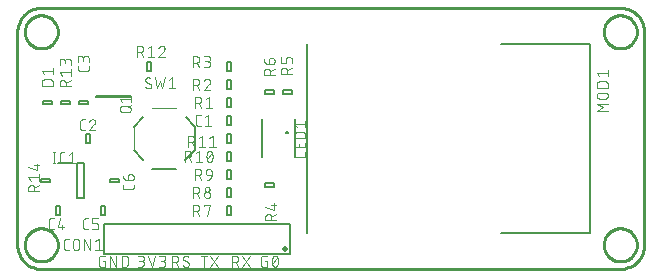
<source format=gbr>
G04 EAGLE Gerber RS-274X export*
G75*
%MOMM*%
%FSLAX34Y34*%
%LPD*%
%INSilkscreen Top*%
%IPPOS*%
%AMOC8*
5,1,8,0,0,1.08239X$1,22.5*%
G01*
%ADD10C,0.076200*%
%ADD11C,0.200000*%
%ADD12C,0.500000*%
%ADD13C,0.100000*%
%ADD14C,0.254000*%


D10*
X209776Y6872D02*
X211342Y6872D01*
X211342Y1651D01*
X208209Y1651D01*
X208120Y1653D01*
X208032Y1659D01*
X207944Y1668D01*
X207856Y1681D01*
X207769Y1698D01*
X207683Y1718D01*
X207598Y1743D01*
X207513Y1770D01*
X207430Y1802D01*
X207349Y1836D01*
X207269Y1875D01*
X207191Y1916D01*
X207114Y1961D01*
X207040Y2009D01*
X206967Y2060D01*
X206897Y2114D01*
X206830Y2172D01*
X206764Y2232D01*
X206702Y2294D01*
X206642Y2360D01*
X206584Y2427D01*
X206530Y2497D01*
X206479Y2570D01*
X206431Y2644D01*
X206386Y2721D01*
X206345Y2799D01*
X206306Y2879D01*
X206272Y2960D01*
X206240Y3043D01*
X206213Y3128D01*
X206188Y3213D01*
X206168Y3299D01*
X206151Y3386D01*
X206138Y3474D01*
X206129Y3562D01*
X206123Y3650D01*
X206121Y3739D01*
X206121Y8961D01*
X206123Y9052D01*
X206129Y9143D01*
X206139Y9234D01*
X206153Y9324D01*
X206170Y9413D01*
X206192Y9501D01*
X206218Y9589D01*
X206247Y9675D01*
X206280Y9760D01*
X206317Y9843D01*
X206357Y9925D01*
X206401Y10005D01*
X206448Y10083D01*
X206499Y10159D01*
X206552Y10232D01*
X206609Y10303D01*
X206670Y10372D01*
X206733Y10437D01*
X206798Y10500D01*
X206867Y10560D01*
X206938Y10618D01*
X207011Y10671D01*
X207087Y10722D01*
X207165Y10769D01*
X207245Y10813D01*
X207327Y10853D01*
X207410Y10890D01*
X207495Y10923D01*
X207581Y10952D01*
X207669Y10978D01*
X207757Y11000D01*
X207846Y11017D01*
X207936Y11031D01*
X208027Y11041D01*
X208118Y11047D01*
X208209Y11049D01*
X211342Y11049D01*
X216352Y9744D02*
X216273Y9577D01*
X216198Y9408D01*
X216127Y9237D01*
X216060Y9065D01*
X215998Y8891D01*
X215939Y8715D01*
X215885Y8539D01*
X215835Y8361D01*
X215789Y8181D01*
X215747Y8001D01*
X215710Y7820D01*
X215677Y7638D01*
X215648Y7456D01*
X215624Y7272D01*
X215604Y7088D01*
X215589Y6904D01*
X215578Y6720D01*
X215571Y6535D01*
X215569Y6350D01*
X216352Y9744D02*
X216382Y9824D01*
X216415Y9903D01*
X216452Y9980D01*
X216492Y10056D01*
X216535Y10130D01*
X216581Y10202D01*
X216631Y10271D01*
X216683Y10339D01*
X216739Y10404D01*
X216797Y10467D01*
X216859Y10526D01*
X216922Y10584D01*
X216989Y10638D01*
X217057Y10689D01*
X217128Y10737D01*
X217201Y10782D01*
X217275Y10824D01*
X217352Y10862D01*
X217430Y10897D01*
X217509Y10929D01*
X217590Y10957D01*
X217672Y10981D01*
X217756Y11002D01*
X217839Y11019D01*
X217924Y11032D01*
X218009Y11041D01*
X218094Y11047D01*
X218180Y11049D01*
X218266Y11047D01*
X218351Y11041D01*
X218436Y11032D01*
X218521Y11019D01*
X218604Y11002D01*
X218688Y10981D01*
X218770Y10957D01*
X218851Y10929D01*
X218930Y10897D01*
X219008Y10862D01*
X219085Y10824D01*
X219159Y10782D01*
X219232Y10737D01*
X219303Y10689D01*
X219371Y10638D01*
X219438Y10584D01*
X219501Y10526D01*
X219563Y10467D01*
X219621Y10404D01*
X219677Y10339D01*
X219729Y10271D01*
X219779Y10202D01*
X219825Y10130D01*
X219868Y10056D01*
X219908Y9980D01*
X219945Y9903D01*
X219978Y9824D01*
X220008Y9744D01*
X220087Y9577D01*
X220162Y9408D01*
X220233Y9237D01*
X220300Y9065D01*
X220362Y8891D01*
X220421Y8715D01*
X220475Y8539D01*
X220525Y8361D01*
X220571Y8181D01*
X220613Y8001D01*
X220650Y7820D01*
X220683Y7638D01*
X220712Y7456D01*
X220736Y7272D01*
X220756Y7088D01*
X220771Y6904D01*
X220782Y6720D01*
X220789Y6535D01*
X220791Y6350D01*
X215570Y6350D02*
X215572Y6165D01*
X215579Y5980D01*
X215590Y5796D01*
X215605Y5612D01*
X215625Y5428D01*
X215649Y5244D01*
X215678Y5062D01*
X215711Y4880D01*
X215748Y4699D01*
X215790Y4519D01*
X215836Y4339D01*
X215886Y4161D01*
X215940Y3985D01*
X215999Y3809D01*
X216061Y3635D01*
X216128Y3463D01*
X216199Y3292D01*
X216274Y3123D01*
X216353Y2956D01*
X216352Y2956D02*
X216382Y2876D01*
X216415Y2797D01*
X216452Y2720D01*
X216492Y2644D01*
X216535Y2570D01*
X216581Y2498D01*
X216631Y2429D01*
X216684Y2361D01*
X216739Y2296D01*
X216798Y2233D01*
X216859Y2174D01*
X216922Y2116D01*
X216989Y2062D01*
X217057Y2011D01*
X217128Y1963D01*
X217201Y1918D01*
X217275Y1876D01*
X217352Y1838D01*
X217430Y1803D01*
X217509Y1771D01*
X217590Y1743D01*
X217672Y1719D01*
X217756Y1698D01*
X217839Y1681D01*
X217924Y1668D01*
X218009Y1659D01*
X218094Y1653D01*
X218180Y1651D01*
X220008Y2956D02*
X220087Y3123D01*
X220162Y3292D01*
X220233Y3463D01*
X220300Y3635D01*
X220362Y3809D01*
X220421Y3985D01*
X220475Y4161D01*
X220525Y4339D01*
X220571Y4519D01*
X220613Y4699D01*
X220650Y4880D01*
X220683Y5062D01*
X220712Y5244D01*
X220736Y5428D01*
X220756Y5612D01*
X220771Y5796D01*
X220782Y5980D01*
X220789Y6165D01*
X220791Y6350D01*
X220008Y2956D02*
X219978Y2876D01*
X219945Y2797D01*
X219908Y2720D01*
X219868Y2644D01*
X219825Y2570D01*
X219779Y2498D01*
X219729Y2429D01*
X219677Y2361D01*
X219621Y2296D01*
X219563Y2233D01*
X219501Y2174D01*
X219438Y2116D01*
X219371Y2062D01*
X219303Y2011D01*
X219232Y1963D01*
X219159Y1918D01*
X219085Y1876D01*
X219008Y1838D01*
X218930Y1803D01*
X218851Y1771D01*
X218770Y1743D01*
X218688Y1719D01*
X218604Y1698D01*
X218521Y1681D01*
X218436Y1668D01*
X218351Y1659D01*
X218266Y1653D01*
X218180Y1651D01*
X216092Y3739D02*
X220269Y8961D01*
X181991Y11049D02*
X181991Y1651D01*
X181991Y11049D02*
X184602Y11049D01*
X184703Y11047D01*
X184804Y11041D01*
X184905Y11031D01*
X185005Y11018D01*
X185105Y11000D01*
X185204Y10979D01*
X185302Y10953D01*
X185399Y10924D01*
X185495Y10892D01*
X185589Y10855D01*
X185682Y10815D01*
X185774Y10771D01*
X185863Y10724D01*
X185951Y10673D01*
X186037Y10619D01*
X186120Y10562D01*
X186202Y10502D01*
X186280Y10438D01*
X186357Y10372D01*
X186430Y10302D01*
X186501Y10230D01*
X186569Y10155D01*
X186634Y10077D01*
X186696Y9997D01*
X186755Y9915D01*
X186811Y9830D01*
X186863Y9743D01*
X186912Y9655D01*
X186958Y9564D01*
X186999Y9472D01*
X187038Y9378D01*
X187072Y9283D01*
X187103Y9187D01*
X187130Y9089D01*
X187154Y8991D01*
X187173Y8891D01*
X187189Y8791D01*
X187201Y8691D01*
X187209Y8590D01*
X187213Y8489D01*
X187213Y8387D01*
X187209Y8286D01*
X187201Y8185D01*
X187189Y8085D01*
X187173Y7985D01*
X187154Y7885D01*
X187130Y7787D01*
X187103Y7689D01*
X187072Y7593D01*
X187038Y7498D01*
X186999Y7404D01*
X186958Y7312D01*
X186912Y7221D01*
X186863Y7132D01*
X186811Y7046D01*
X186755Y6961D01*
X186696Y6879D01*
X186634Y6799D01*
X186569Y6721D01*
X186501Y6646D01*
X186430Y6574D01*
X186357Y6504D01*
X186280Y6438D01*
X186202Y6374D01*
X186120Y6314D01*
X186037Y6257D01*
X185951Y6203D01*
X185863Y6152D01*
X185774Y6105D01*
X185682Y6061D01*
X185589Y6021D01*
X185495Y5984D01*
X185399Y5952D01*
X185302Y5923D01*
X185204Y5897D01*
X185105Y5876D01*
X185005Y5858D01*
X184905Y5845D01*
X184804Y5835D01*
X184703Y5829D01*
X184602Y5827D01*
X184602Y5828D02*
X181991Y5828D01*
X185124Y5828D02*
X187212Y1651D01*
X190556Y1651D02*
X196821Y11049D01*
X190556Y11049D02*
X196821Y1651D01*
X157932Y1651D02*
X157932Y11049D01*
X160542Y11049D02*
X155321Y11049D01*
X163333Y1651D02*
X169599Y11049D01*
X163333Y11049D02*
X169599Y1651D01*
X131191Y1651D02*
X131191Y11049D01*
X133802Y11049D01*
X133903Y11047D01*
X134004Y11041D01*
X134105Y11031D01*
X134205Y11018D01*
X134305Y11000D01*
X134404Y10979D01*
X134502Y10953D01*
X134599Y10924D01*
X134695Y10892D01*
X134789Y10855D01*
X134882Y10815D01*
X134974Y10771D01*
X135063Y10724D01*
X135151Y10673D01*
X135237Y10619D01*
X135320Y10562D01*
X135402Y10502D01*
X135480Y10438D01*
X135557Y10372D01*
X135630Y10302D01*
X135701Y10230D01*
X135769Y10155D01*
X135834Y10077D01*
X135896Y9997D01*
X135955Y9915D01*
X136011Y9830D01*
X136063Y9743D01*
X136112Y9655D01*
X136158Y9564D01*
X136199Y9472D01*
X136238Y9378D01*
X136272Y9283D01*
X136303Y9187D01*
X136330Y9089D01*
X136354Y8991D01*
X136373Y8891D01*
X136389Y8791D01*
X136401Y8691D01*
X136409Y8590D01*
X136413Y8489D01*
X136413Y8387D01*
X136409Y8286D01*
X136401Y8185D01*
X136389Y8085D01*
X136373Y7985D01*
X136354Y7885D01*
X136330Y7787D01*
X136303Y7689D01*
X136272Y7593D01*
X136238Y7498D01*
X136199Y7404D01*
X136158Y7312D01*
X136112Y7221D01*
X136063Y7132D01*
X136011Y7046D01*
X135955Y6961D01*
X135896Y6879D01*
X135834Y6799D01*
X135769Y6721D01*
X135701Y6646D01*
X135630Y6574D01*
X135557Y6504D01*
X135480Y6438D01*
X135402Y6374D01*
X135320Y6314D01*
X135237Y6257D01*
X135151Y6203D01*
X135063Y6152D01*
X134974Y6105D01*
X134882Y6061D01*
X134789Y6021D01*
X134695Y5984D01*
X134599Y5952D01*
X134502Y5923D01*
X134404Y5897D01*
X134305Y5876D01*
X134205Y5858D01*
X134105Y5845D01*
X134004Y5835D01*
X133903Y5829D01*
X133802Y5827D01*
X133802Y5828D02*
X131191Y5828D01*
X134324Y5828D02*
X136412Y1651D01*
X143106Y1651D02*
X143195Y1653D01*
X143283Y1659D01*
X143371Y1668D01*
X143459Y1681D01*
X143546Y1698D01*
X143632Y1718D01*
X143717Y1743D01*
X143802Y1770D01*
X143885Y1802D01*
X143966Y1836D01*
X144046Y1875D01*
X144124Y1916D01*
X144201Y1961D01*
X144275Y2009D01*
X144348Y2060D01*
X144418Y2114D01*
X144485Y2172D01*
X144551Y2232D01*
X144613Y2294D01*
X144673Y2360D01*
X144731Y2427D01*
X144785Y2497D01*
X144836Y2570D01*
X144884Y2644D01*
X144929Y2721D01*
X144970Y2799D01*
X145009Y2879D01*
X145043Y2960D01*
X145075Y3043D01*
X145102Y3128D01*
X145127Y3213D01*
X145147Y3299D01*
X145164Y3386D01*
X145177Y3474D01*
X145186Y3562D01*
X145192Y3650D01*
X145194Y3739D01*
X143106Y1651D02*
X142977Y1653D01*
X142848Y1659D01*
X142719Y1668D01*
X142591Y1681D01*
X142463Y1698D01*
X142336Y1719D01*
X142209Y1743D01*
X142083Y1771D01*
X141958Y1803D01*
X141834Y1838D01*
X141711Y1877D01*
X141589Y1920D01*
X141469Y1966D01*
X141350Y2016D01*
X141232Y2069D01*
X141116Y2125D01*
X141002Y2185D01*
X140889Y2248D01*
X140779Y2315D01*
X140670Y2384D01*
X140564Y2457D01*
X140459Y2533D01*
X140357Y2612D01*
X140258Y2694D01*
X140160Y2778D01*
X140065Y2866D01*
X139973Y2956D01*
X140235Y8961D02*
X140237Y9050D01*
X140243Y9138D01*
X140252Y9226D01*
X140265Y9314D01*
X140282Y9401D01*
X140302Y9487D01*
X140327Y9572D01*
X140354Y9657D01*
X140386Y9740D01*
X140420Y9821D01*
X140459Y9901D01*
X140500Y9979D01*
X140545Y10056D01*
X140593Y10130D01*
X140644Y10203D01*
X140698Y10273D01*
X140756Y10340D01*
X140816Y10406D01*
X140878Y10468D01*
X140944Y10528D01*
X141011Y10586D01*
X141081Y10640D01*
X141154Y10691D01*
X141228Y10739D01*
X141305Y10784D01*
X141383Y10825D01*
X141463Y10864D01*
X141544Y10898D01*
X141627Y10930D01*
X141712Y10957D01*
X141797Y10982D01*
X141883Y11002D01*
X141970Y11019D01*
X142058Y11032D01*
X142146Y11041D01*
X142234Y11047D01*
X142323Y11049D01*
X142443Y11047D01*
X142563Y11042D01*
X142683Y11032D01*
X142802Y11020D01*
X142921Y11003D01*
X143039Y10983D01*
X143157Y10959D01*
X143273Y10932D01*
X143389Y10901D01*
X143504Y10867D01*
X143618Y10829D01*
X143731Y10787D01*
X143842Y10742D01*
X143952Y10694D01*
X144060Y10643D01*
X144167Y10588D01*
X144272Y10530D01*
X144375Y10468D01*
X144476Y10404D01*
X144576Y10336D01*
X144673Y10266D01*
X141278Y7134D02*
X141200Y7182D01*
X141124Y7234D01*
X141051Y7288D01*
X140980Y7346D01*
X140911Y7407D01*
X140845Y7471D01*
X140782Y7538D01*
X140722Y7607D01*
X140665Y7679D01*
X140611Y7753D01*
X140561Y7830D01*
X140513Y7909D01*
X140470Y7989D01*
X140429Y8072D01*
X140393Y8156D01*
X140360Y8241D01*
X140331Y8328D01*
X140305Y8417D01*
X140283Y8506D01*
X140266Y8596D01*
X140252Y8686D01*
X140242Y8778D01*
X140236Y8869D01*
X140234Y8961D01*
X144150Y5566D02*
X144228Y5518D01*
X144304Y5466D01*
X144377Y5412D01*
X144448Y5354D01*
X144517Y5293D01*
X144583Y5229D01*
X144646Y5162D01*
X144706Y5093D01*
X144763Y5021D01*
X144817Y4947D01*
X144867Y4870D01*
X144915Y4791D01*
X144958Y4711D01*
X144999Y4628D01*
X145035Y4544D01*
X145068Y4459D01*
X145097Y4372D01*
X145123Y4283D01*
X145145Y4194D01*
X145162Y4104D01*
X145176Y4014D01*
X145186Y3922D01*
X145192Y3831D01*
X145194Y3739D01*
X144150Y5567D02*
X141278Y7133D01*
X104592Y1651D02*
X101981Y1651D01*
X104592Y1651D02*
X104693Y1653D01*
X104794Y1659D01*
X104895Y1669D01*
X104995Y1682D01*
X105095Y1700D01*
X105194Y1721D01*
X105292Y1747D01*
X105389Y1776D01*
X105485Y1808D01*
X105579Y1845D01*
X105672Y1885D01*
X105764Y1929D01*
X105853Y1976D01*
X105941Y2027D01*
X106027Y2081D01*
X106110Y2138D01*
X106192Y2198D01*
X106270Y2262D01*
X106347Y2328D01*
X106420Y2398D01*
X106491Y2470D01*
X106559Y2545D01*
X106624Y2623D01*
X106686Y2703D01*
X106745Y2785D01*
X106801Y2870D01*
X106853Y2956D01*
X106902Y3045D01*
X106948Y3136D01*
X106989Y3228D01*
X107028Y3322D01*
X107062Y3417D01*
X107093Y3513D01*
X107120Y3611D01*
X107144Y3709D01*
X107163Y3809D01*
X107179Y3909D01*
X107191Y4009D01*
X107199Y4110D01*
X107203Y4211D01*
X107203Y4313D01*
X107199Y4414D01*
X107191Y4515D01*
X107179Y4615D01*
X107163Y4715D01*
X107144Y4815D01*
X107120Y4913D01*
X107093Y5011D01*
X107062Y5107D01*
X107028Y5202D01*
X106989Y5296D01*
X106948Y5388D01*
X106902Y5479D01*
X106853Y5567D01*
X106801Y5654D01*
X106745Y5739D01*
X106686Y5821D01*
X106624Y5901D01*
X106559Y5979D01*
X106491Y6054D01*
X106420Y6126D01*
X106347Y6196D01*
X106270Y6262D01*
X106192Y6326D01*
X106110Y6386D01*
X106027Y6443D01*
X105941Y6497D01*
X105853Y6548D01*
X105764Y6595D01*
X105672Y6639D01*
X105579Y6679D01*
X105485Y6716D01*
X105389Y6748D01*
X105292Y6777D01*
X105194Y6803D01*
X105095Y6824D01*
X104995Y6842D01*
X104895Y6855D01*
X104794Y6865D01*
X104693Y6871D01*
X104592Y6873D01*
X105114Y11049D02*
X101981Y11049D01*
X105114Y11049D02*
X105204Y11047D01*
X105293Y11041D01*
X105383Y11032D01*
X105472Y11018D01*
X105560Y11001D01*
X105647Y10980D01*
X105734Y10955D01*
X105819Y10926D01*
X105903Y10894D01*
X105985Y10859D01*
X106066Y10819D01*
X106145Y10777D01*
X106222Y10731D01*
X106297Y10681D01*
X106370Y10629D01*
X106441Y10573D01*
X106509Y10515D01*
X106574Y10453D01*
X106637Y10389D01*
X106697Y10322D01*
X106754Y10253D01*
X106808Y10181D01*
X106859Y10107D01*
X106907Y10031D01*
X106951Y9953D01*
X106992Y9873D01*
X107030Y9791D01*
X107064Y9708D01*
X107094Y9623D01*
X107121Y9537D01*
X107144Y9451D01*
X107163Y9363D01*
X107178Y9274D01*
X107190Y9185D01*
X107198Y9096D01*
X107202Y9006D01*
X107202Y8916D01*
X107198Y8826D01*
X107190Y8737D01*
X107178Y8648D01*
X107163Y8559D01*
X107144Y8471D01*
X107121Y8385D01*
X107094Y8299D01*
X107064Y8214D01*
X107030Y8131D01*
X106992Y8049D01*
X106951Y7969D01*
X106907Y7891D01*
X106859Y7815D01*
X106808Y7741D01*
X106754Y7669D01*
X106697Y7600D01*
X106637Y7533D01*
X106574Y7469D01*
X106509Y7407D01*
X106441Y7349D01*
X106370Y7293D01*
X106297Y7241D01*
X106222Y7191D01*
X106145Y7145D01*
X106066Y7103D01*
X105985Y7063D01*
X105903Y7028D01*
X105819Y6996D01*
X105734Y6967D01*
X105647Y6942D01*
X105560Y6921D01*
X105472Y6904D01*
X105383Y6890D01*
X105293Y6881D01*
X105204Y6875D01*
X105114Y6873D01*
X105114Y6872D02*
X103025Y6872D01*
X110603Y11049D02*
X113736Y1651D01*
X116868Y11049D01*
X120269Y1651D02*
X122879Y1651D01*
X122980Y1653D01*
X123081Y1659D01*
X123182Y1669D01*
X123282Y1682D01*
X123382Y1700D01*
X123481Y1721D01*
X123579Y1747D01*
X123676Y1776D01*
X123772Y1808D01*
X123866Y1845D01*
X123959Y1885D01*
X124051Y1929D01*
X124140Y1976D01*
X124228Y2027D01*
X124314Y2081D01*
X124397Y2138D01*
X124479Y2198D01*
X124557Y2262D01*
X124634Y2328D01*
X124707Y2398D01*
X124778Y2470D01*
X124846Y2545D01*
X124911Y2623D01*
X124973Y2703D01*
X125032Y2785D01*
X125088Y2870D01*
X125140Y2956D01*
X125189Y3045D01*
X125235Y3136D01*
X125276Y3228D01*
X125315Y3322D01*
X125349Y3417D01*
X125380Y3513D01*
X125407Y3611D01*
X125431Y3709D01*
X125450Y3809D01*
X125466Y3909D01*
X125478Y4009D01*
X125486Y4110D01*
X125490Y4211D01*
X125490Y4313D01*
X125486Y4414D01*
X125478Y4515D01*
X125466Y4615D01*
X125450Y4715D01*
X125431Y4815D01*
X125407Y4913D01*
X125380Y5011D01*
X125349Y5107D01*
X125315Y5202D01*
X125276Y5296D01*
X125235Y5388D01*
X125189Y5479D01*
X125140Y5567D01*
X125088Y5654D01*
X125032Y5739D01*
X124973Y5821D01*
X124911Y5901D01*
X124846Y5979D01*
X124778Y6054D01*
X124707Y6126D01*
X124634Y6196D01*
X124557Y6262D01*
X124479Y6326D01*
X124397Y6386D01*
X124314Y6443D01*
X124228Y6497D01*
X124140Y6548D01*
X124051Y6595D01*
X123959Y6639D01*
X123866Y6679D01*
X123772Y6716D01*
X123676Y6748D01*
X123579Y6777D01*
X123481Y6803D01*
X123382Y6824D01*
X123282Y6842D01*
X123182Y6855D01*
X123081Y6865D01*
X122980Y6871D01*
X122879Y6873D01*
X123402Y11049D02*
X120269Y11049D01*
X123402Y11049D02*
X123492Y11047D01*
X123581Y11041D01*
X123671Y11032D01*
X123760Y11018D01*
X123848Y11001D01*
X123935Y10980D01*
X124022Y10955D01*
X124107Y10926D01*
X124191Y10894D01*
X124273Y10859D01*
X124354Y10819D01*
X124433Y10777D01*
X124510Y10731D01*
X124585Y10681D01*
X124658Y10629D01*
X124729Y10573D01*
X124797Y10515D01*
X124862Y10453D01*
X124925Y10389D01*
X124985Y10322D01*
X125042Y10253D01*
X125096Y10181D01*
X125147Y10107D01*
X125195Y10031D01*
X125239Y9953D01*
X125280Y9873D01*
X125318Y9791D01*
X125352Y9708D01*
X125382Y9623D01*
X125409Y9537D01*
X125432Y9451D01*
X125451Y9363D01*
X125466Y9274D01*
X125478Y9185D01*
X125486Y9096D01*
X125490Y9006D01*
X125490Y8916D01*
X125486Y8826D01*
X125478Y8737D01*
X125466Y8648D01*
X125451Y8559D01*
X125432Y8471D01*
X125409Y8385D01*
X125382Y8299D01*
X125352Y8214D01*
X125318Y8131D01*
X125280Y8049D01*
X125239Y7969D01*
X125195Y7891D01*
X125147Y7815D01*
X125096Y7741D01*
X125042Y7669D01*
X124985Y7600D01*
X124925Y7533D01*
X124862Y7469D01*
X124797Y7407D01*
X124729Y7349D01*
X124658Y7293D01*
X124585Y7241D01*
X124510Y7191D01*
X124433Y7145D01*
X124354Y7103D01*
X124273Y7063D01*
X124191Y7028D01*
X124107Y6996D01*
X124022Y6967D01*
X123935Y6942D01*
X123848Y6921D01*
X123760Y6904D01*
X123671Y6890D01*
X123581Y6881D01*
X123492Y6875D01*
X123402Y6873D01*
X123402Y6872D02*
X121313Y6872D01*
X74182Y6872D02*
X72616Y6872D01*
X74182Y6872D02*
X74182Y1651D01*
X71049Y1651D01*
X70960Y1653D01*
X70872Y1659D01*
X70784Y1668D01*
X70696Y1681D01*
X70609Y1698D01*
X70523Y1718D01*
X70438Y1743D01*
X70353Y1770D01*
X70270Y1802D01*
X70189Y1836D01*
X70109Y1875D01*
X70031Y1916D01*
X69954Y1961D01*
X69880Y2009D01*
X69807Y2060D01*
X69737Y2114D01*
X69670Y2172D01*
X69604Y2232D01*
X69542Y2294D01*
X69482Y2360D01*
X69424Y2427D01*
X69370Y2497D01*
X69319Y2570D01*
X69271Y2644D01*
X69226Y2721D01*
X69185Y2799D01*
X69146Y2879D01*
X69112Y2960D01*
X69080Y3043D01*
X69053Y3128D01*
X69028Y3213D01*
X69008Y3299D01*
X68991Y3386D01*
X68978Y3474D01*
X68969Y3562D01*
X68963Y3650D01*
X68961Y3739D01*
X68961Y8961D01*
X68963Y9052D01*
X68969Y9143D01*
X68979Y9234D01*
X68993Y9324D01*
X69010Y9413D01*
X69032Y9501D01*
X69058Y9589D01*
X69087Y9675D01*
X69120Y9760D01*
X69157Y9843D01*
X69197Y9925D01*
X69241Y10005D01*
X69288Y10083D01*
X69339Y10159D01*
X69392Y10232D01*
X69449Y10303D01*
X69510Y10372D01*
X69573Y10437D01*
X69638Y10500D01*
X69707Y10560D01*
X69778Y10618D01*
X69851Y10671D01*
X69927Y10722D01*
X70005Y10769D01*
X70085Y10813D01*
X70167Y10853D01*
X70250Y10890D01*
X70335Y10923D01*
X70421Y10952D01*
X70509Y10978D01*
X70597Y11000D01*
X70686Y11017D01*
X70776Y11031D01*
X70867Y11041D01*
X70958Y11047D01*
X71049Y11049D01*
X74182Y11049D01*
X78715Y11049D02*
X78715Y1651D01*
X83936Y1651D02*
X78715Y11049D01*
X83936Y11049D02*
X83936Y1651D01*
X88468Y1651D02*
X88468Y11049D01*
X91079Y11049D01*
X91179Y11047D01*
X91279Y11041D01*
X91378Y11032D01*
X91478Y11018D01*
X91576Y11001D01*
X91674Y10980D01*
X91771Y10956D01*
X91867Y10927D01*
X91962Y10895D01*
X92055Y10860D01*
X92147Y10821D01*
X92238Y10778D01*
X92326Y10732D01*
X92413Y10682D01*
X92498Y10630D01*
X92581Y10574D01*
X92662Y10515D01*
X92740Y10452D01*
X92816Y10387D01*
X92890Y10319D01*
X92960Y10249D01*
X93028Y10175D01*
X93093Y10099D01*
X93156Y10021D01*
X93215Y9940D01*
X93271Y9857D01*
X93323Y9772D01*
X93373Y9685D01*
X93419Y9597D01*
X93462Y9506D01*
X93501Y9414D01*
X93536Y9321D01*
X93568Y9226D01*
X93597Y9130D01*
X93621Y9033D01*
X93642Y8935D01*
X93659Y8837D01*
X93673Y8737D01*
X93682Y8638D01*
X93688Y8538D01*
X93690Y8438D01*
X93689Y8438D02*
X93689Y4262D01*
X93690Y4262D02*
X93688Y4162D01*
X93682Y4062D01*
X93673Y3963D01*
X93659Y3863D01*
X93642Y3765D01*
X93621Y3667D01*
X93597Y3570D01*
X93568Y3474D01*
X93536Y3379D01*
X93501Y3286D01*
X93462Y3194D01*
X93419Y3103D01*
X93373Y3015D01*
X93323Y2928D01*
X93271Y2843D01*
X93215Y2760D01*
X93156Y2679D01*
X93093Y2601D01*
X93028Y2525D01*
X92960Y2451D01*
X92890Y2381D01*
X92816Y2313D01*
X92740Y2248D01*
X92662Y2185D01*
X92581Y2126D01*
X92498Y2070D01*
X92413Y2018D01*
X92326Y1968D01*
X92238Y1922D01*
X92147Y1879D01*
X92055Y1840D01*
X91962Y1805D01*
X91867Y1773D01*
X91771Y1744D01*
X91674Y1720D01*
X91576Y1699D01*
X91478Y1682D01*
X91378Y1668D01*
X91279Y1659D01*
X91179Y1653D01*
X91079Y1651D01*
X88468Y1651D01*
D11*
X177570Y129730D02*
X180570Y129730D01*
X180570Y121730D01*
X177570Y121730D01*
X177570Y129730D01*
D10*
X155224Y121031D02*
X153135Y121031D01*
X153046Y121033D01*
X152958Y121039D01*
X152870Y121048D01*
X152782Y121061D01*
X152695Y121078D01*
X152609Y121098D01*
X152524Y121123D01*
X152439Y121150D01*
X152356Y121182D01*
X152275Y121216D01*
X152195Y121255D01*
X152117Y121296D01*
X152040Y121341D01*
X151966Y121389D01*
X151893Y121440D01*
X151823Y121494D01*
X151756Y121552D01*
X151690Y121612D01*
X151628Y121674D01*
X151568Y121740D01*
X151510Y121807D01*
X151456Y121877D01*
X151405Y121950D01*
X151357Y122024D01*
X151312Y122101D01*
X151271Y122179D01*
X151232Y122259D01*
X151198Y122340D01*
X151166Y122423D01*
X151139Y122508D01*
X151114Y122593D01*
X151094Y122679D01*
X151077Y122766D01*
X151064Y122854D01*
X151055Y122942D01*
X151049Y123030D01*
X151047Y123119D01*
X151047Y128341D01*
X151049Y128432D01*
X151055Y128523D01*
X151065Y128614D01*
X151079Y128704D01*
X151096Y128793D01*
X151118Y128881D01*
X151144Y128969D01*
X151173Y129055D01*
X151206Y129140D01*
X151243Y129223D01*
X151283Y129305D01*
X151327Y129385D01*
X151374Y129463D01*
X151425Y129539D01*
X151478Y129612D01*
X151535Y129683D01*
X151596Y129752D01*
X151659Y129817D01*
X151724Y129880D01*
X151793Y129940D01*
X151864Y129998D01*
X151937Y130051D01*
X152013Y130102D01*
X152091Y130149D01*
X152171Y130193D01*
X152253Y130233D01*
X152336Y130270D01*
X152421Y130303D01*
X152507Y130332D01*
X152595Y130358D01*
X152683Y130380D01*
X152772Y130397D01*
X152862Y130411D01*
X152953Y130421D01*
X153044Y130427D01*
X153135Y130429D01*
X155224Y130429D01*
X158692Y128341D02*
X161303Y130429D01*
X161303Y121031D01*
X163913Y121031D02*
X158692Y121031D01*
D11*
X61190Y106490D02*
X58190Y106490D01*
X58190Y114490D01*
X61190Y114490D01*
X61190Y106490D01*
D10*
X57433Y117221D02*
X55345Y117221D01*
X55256Y117223D01*
X55168Y117229D01*
X55080Y117238D01*
X54992Y117251D01*
X54905Y117268D01*
X54819Y117288D01*
X54734Y117313D01*
X54649Y117340D01*
X54566Y117372D01*
X54485Y117406D01*
X54405Y117445D01*
X54327Y117486D01*
X54250Y117531D01*
X54176Y117579D01*
X54103Y117630D01*
X54033Y117684D01*
X53966Y117742D01*
X53900Y117802D01*
X53838Y117864D01*
X53778Y117930D01*
X53720Y117997D01*
X53666Y118067D01*
X53615Y118140D01*
X53567Y118214D01*
X53522Y118291D01*
X53481Y118369D01*
X53442Y118449D01*
X53408Y118530D01*
X53376Y118613D01*
X53349Y118698D01*
X53324Y118783D01*
X53304Y118869D01*
X53287Y118956D01*
X53274Y119044D01*
X53265Y119132D01*
X53259Y119220D01*
X53257Y119309D01*
X53257Y124531D01*
X53259Y124622D01*
X53265Y124713D01*
X53275Y124804D01*
X53289Y124894D01*
X53306Y124983D01*
X53328Y125071D01*
X53354Y125159D01*
X53383Y125245D01*
X53416Y125330D01*
X53453Y125413D01*
X53493Y125495D01*
X53537Y125575D01*
X53584Y125653D01*
X53635Y125729D01*
X53688Y125802D01*
X53745Y125873D01*
X53806Y125942D01*
X53869Y126007D01*
X53934Y126070D01*
X54003Y126130D01*
X54074Y126188D01*
X54147Y126241D01*
X54223Y126292D01*
X54301Y126339D01*
X54381Y126383D01*
X54463Y126423D01*
X54546Y126460D01*
X54631Y126493D01*
X54717Y126522D01*
X54805Y126548D01*
X54893Y126570D01*
X54982Y126587D01*
X55072Y126601D01*
X55163Y126611D01*
X55254Y126617D01*
X55345Y126619D01*
X57433Y126619D01*
X63774Y126620D02*
X63869Y126618D01*
X63963Y126612D01*
X64057Y126603D01*
X64151Y126590D01*
X64244Y126573D01*
X64336Y126552D01*
X64428Y126527D01*
X64518Y126499D01*
X64607Y126467D01*
X64695Y126432D01*
X64781Y126393D01*
X64866Y126351D01*
X64949Y126305D01*
X65030Y126256D01*
X65109Y126204D01*
X65186Y126149D01*
X65260Y126090D01*
X65332Y126029D01*
X65402Y125965D01*
X65469Y125898D01*
X65533Y125828D01*
X65594Y125756D01*
X65653Y125682D01*
X65708Y125605D01*
X65760Y125526D01*
X65809Y125445D01*
X65855Y125362D01*
X65897Y125277D01*
X65936Y125191D01*
X65971Y125103D01*
X66003Y125014D01*
X66031Y124924D01*
X66056Y124832D01*
X66077Y124740D01*
X66094Y124647D01*
X66107Y124553D01*
X66116Y124459D01*
X66122Y124365D01*
X66124Y124270D01*
X63774Y126619D02*
X63666Y126617D01*
X63557Y126611D01*
X63449Y126601D01*
X63342Y126588D01*
X63235Y126570D01*
X63128Y126549D01*
X63023Y126524D01*
X62918Y126495D01*
X62815Y126463D01*
X62713Y126426D01*
X62612Y126386D01*
X62513Y126343D01*
X62415Y126296D01*
X62319Y126245D01*
X62225Y126191D01*
X62133Y126134D01*
X62043Y126073D01*
X61955Y126009D01*
X61870Y125943D01*
X61787Y125873D01*
X61707Y125800D01*
X61629Y125724D01*
X61554Y125646D01*
X61482Y125565D01*
X61413Y125481D01*
X61347Y125395D01*
X61284Y125307D01*
X61225Y125216D01*
X61168Y125124D01*
X61115Y125029D01*
X61066Y124933D01*
X61020Y124834D01*
X60977Y124735D01*
X60938Y124633D01*
X60903Y124531D01*
X65341Y122442D02*
X65410Y122511D01*
X65476Y122582D01*
X65540Y122655D01*
X65601Y122731D01*
X65659Y122810D01*
X65713Y122890D01*
X65765Y122973D01*
X65813Y123057D01*
X65859Y123143D01*
X65900Y123231D01*
X65939Y123321D01*
X65974Y123412D01*
X66005Y123504D01*
X66033Y123597D01*
X66057Y123691D01*
X66077Y123786D01*
X66094Y123882D01*
X66107Y123979D01*
X66116Y124076D01*
X66122Y124173D01*
X66124Y124270D01*
X65340Y122442D02*
X60902Y117221D01*
X66123Y117221D01*
D11*
X51880Y139470D02*
X51880Y142470D01*
X59880Y142470D01*
X59880Y139470D01*
X51880Y139470D01*
D10*
X60579Y169645D02*
X60579Y171734D01*
X60579Y169645D02*
X60577Y169556D01*
X60571Y169468D01*
X60562Y169380D01*
X60549Y169292D01*
X60532Y169205D01*
X60512Y169119D01*
X60487Y169034D01*
X60460Y168949D01*
X60428Y168866D01*
X60394Y168785D01*
X60355Y168705D01*
X60314Y168627D01*
X60269Y168550D01*
X60221Y168476D01*
X60170Y168403D01*
X60116Y168333D01*
X60058Y168266D01*
X59998Y168200D01*
X59936Y168138D01*
X59870Y168078D01*
X59803Y168020D01*
X59733Y167966D01*
X59660Y167915D01*
X59586Y167867D01*
X59509Y167822D01*
X59431Y167781D01*
X59351Y167742D01*
X59270Y167708D01*
X59187Y167676D01*
X59102Y167649D01*
X59017Y167624D01*
X58931Y167604D01*
X58844Y167587D01*
X58756Y167574D01*
X58668Y167565D01*
X58580Y167559D01*
X58491Y167557D01*
X53269Y167557D01*
X53269Y167556D02*
X53178Y167558D01*
X53087Y167564D01*
X52996Y167574D01*
X52906Y167588D01*
X52817Y167606D01*
X52728Y167627D01*
X52641Y167653D01*
X52555Y167682D01*
X52470Y167715D01*
X52386Y167752D01*
X52304Y167792D01*
X52225Y167836D01*
X52147Y167883D01*
X52071Y167934D01*
X51997Y167988D01*
X51926Y168045D01*
X51858Y168105D01*
X51792Y168168D01*
X51729Y168234D01*
X51669Y168302D01*
X51612Y168373D01*
X51558Y168447D01*
X51507Y168523D01*
X51460Y168600D01*
X51416Y168680D01*
X51376Y168762D01*
X51339Y168846D01*
X51306Y168930D01*
X51277Y169017D01*
X51251Y169104D01*
X51230Y169193D01*
X51212Y169282D01*
X51198Y169372D01*
X51188Y169463D01*
X51182Y169554D01*
X51180Y169645D01*
X51181Y169645D02*
X51181Y171734D01*
X60579Y175202D02*
X60579Y177813D01*
X60577Y177914D01*
X60571Y178015D01*
X60561Y178116D01*
X60548Y178216D01*
X60530Y178316D01*
X60509Y178415D01*
X60483Y178513D01*
X60454Y178610D01*
X60422Y178706D01*
X60385Y178800D01*
X60345Y178893D01*
X60301Y178985D01*
X60254Y179074D01*
X60203Y179162D01*
X60149Y179248D01*
X60092Y179331D01*
X60032Y179413D01*
X59968Y179491D01*
X59902Y179568D01*
X59832Y179641D01*
X59760Y179712D01*
X59685Y179780D01*
X59607Y179845D01*
X59527Y179907D01*
X59445Y179966D01*
X59360Y180022D01*
X59274Y180074D01*
X59185Y180123D01*
X59094Y180169D01*
X59002Y180210D01*
X58908Y180249D01*
X58813Y180283D01*
X58717Y180314D01*
X58619Y180341D01*
X58521Y180365D01*
X58421Y180384D01*
X58321Y180400D01*
X58221Y180412D01*
X58120Y180420D01*
X58019Y180424D01*
X57917Y180424D01*
X57816Y180420D01*
X57715Y180412D01*
X57615Y180400D01*
X57515Y180384D01*
X57415Y180365D01*
X57317Y180341D01*
X57219Y180314D01*
X57123Y180283D01*
X57028Y180249D01*
X56934Y180210D01*
X56842Y180169D01*
X56751Y180123D01*
X56663Y180074D01*
X56576Y180022D01*
X56491Y179966D01*
X56409Y179907D01*
X56329Y179845D01*
X56251Y179780D01*
X56176Y179712D01*
X56104Y179641D01*
X56034Y179568D01*
X55968Y179491D01*
X55904Y179413D01*
X55844Y179331D01*
X55787Y179248D01*
X55733Y179162D01*
X55682Y179074D01*
X55635Y178985D01*
X55591Y178893D01*
X55551Y178800D01*
X55514Y178706D01*
X55482Y178610D01*
X55453Y178513D01*
X55427Y178415D01*
X55406Y178316D01*
X55388Y178216D01*
X55375Y178116D01*
X55365Y178015D01*
X55359Y177914D01*
X55357Y177813D01*
X51181Y178335D02*
X51181Y175202D01*
X51181Y178335D02*
X51183Y178425D01*
X51189Y178514D01*
X51198Y178604D01*
X51212Y178693D01*
X51229Y178781D01*
X51250Y178868D01*
X51275Y178955D01*
X51304Y179040D01*
X51336Y179124D01*
X51371Y179206D01*
X51411Y179287D01*
X51453Y179366D01*
X51499Y179443D01*
X51549Y179518D01*
X51601Y179591D01*
X51657Y179662D01*
X51715Y179730D01*
X51777Y179795D01*
X51841Y179858D01*
X51908Y179918D01*
X51977Y179975D01*
X52049Y180029D01*
X52123Y180080D01*
X52199Y180128D01*
X52277Y180172D01*
X52357Y180213D01*
X52439Y180251D01*
X52522Y180285D01*
X52607Y180315D01*
X52693Y180342D01*
X52779Y180365D01*
X52867Y180384D01*
X52956Y180399D01*
X53045Y180411D01*
X53134Y180419D01*
X53224Y180423D01*
X53314Y180423D01*
X53404Y180419D01*
X53493Y180411D01*
X53582Y180399D01*
X53671Y180384D01*
X53759Y180365D01*
X53845Y180342D01*
X53931Y180315D01*
X54016Y180285D01*
X54099Y180251D01*
X54181Y180213D01*
X54261Y180172D01*
X54339Y180128D01*
X54415Y180080D01*
X54489Y180029D01*
X54561Y179975D01*
X54630Y179918D01*
X54697Y179858D01*
X54761Y179795D01*
X54823Y179730D01*
X54881Y179662D01*
X54937Y179591D01*
X54989Y179518D01*
X55039Y179443D01*
X55085Y179366D01*
X55127Y179287D01*
X55167Y179206D01*
X55202Y179124D01*
X55234Y179040D01*
X55263Y178955D01*
X55288Y178868D01*
X55309Y178781D01*
X55326Y178693D01*
X55340Y178604D01*
X55349Y178514D01*
X55355Y178425D01*
X55357Y178335D01*
X55358Y178335D02*
X55358Y176247D01*
D11*
X35790Y53530D02*
X32790Y53530D01*
X35790Y53530D02*
X35790Y45530D01*
X32790Y45530D01*
X32790Y53530D01*
D10*
X30764Y33401D02*
X28675Y33401D01*
X28586Y33403D01*
X28498Y33409D01*
X28410Y33418D01*
X28322Y33431D01*
X28235Y33448D01*
X28149Y33468D01*
X28064Y33493D01*
X27979Y33520D01*
X27896Y33552D01*
X27815Y33586D01*
X27735Y33625D01*
X27657Y33666D01*
X27580Y33711D01*
X27506Y33759D01*
X27433Y33810D01*
X27363Y33864D01*
X27296Y33922D01*
X27230Y33982D01*
X27168Y34044D01*
X27108Y34110D01*
X27050Y34177D01*
X26996Y34247D01*
X26945Y34320D01*
X26897Y34394D01*
X26852Y34471D01*
X26811Y34549D01*
X26772Y34629D01*
X26738Y34710D01*
X26706Y34793D01*
X26679Y34878D01*
X26654Y34963D01*
X26634Y35049D01*
X26617Y35136D01*
X26604Y35224D01*
X26595Y35312D01*
X26589Y35400D01*
X26587Y35489D01*
X26587Y40711D01*
X26589Y40802D01*
X26595Y40893D01*
X26605Y40984D01*
X26619Y41074D01*
X26636Y41163D01*
X26658Y41251D01*
X26684Y41339D01*
X26713Y41425D01*
X26746Y41510D01*
X26783Y41593D01*
X26823Y41675D01*
X26867Y41755D01*
X26914Y41833D01*
X26965Y41909D01*
X27018Y41982D01*
X27075Y42053D01*
X27136Y42122D01*
X27199Y42187D01*
X27264Y42250D01*
X27333Y42310D01*
X27404Y42368D01*
X27477Y42421D01*
X27553Y42472D01*
X27631Y42519D01*
X27711Y42563D01*
X27793Y42603D01*
X27876Y42640D01*
X27961Y42673D01*
X28047Y42702D01*
X28135Y42728D01*
X28223Y42750D01*
X28312Y42767D01*
X28402Y42781D01*
X28493Y42791D01*
X28584Y42797D01*
X28675Y42799D01*
X30764Y42799D01*
X36321Y42799D02*
X34232Y35489D01*
X39453Y35489D01*
X37887Y37578D02*
X37887Y33401D01*
D11*
X70890Y45530D02*
X73890Y45530D01*
X70890Y45530D02*
X70890Y53530D01*
X73890Y53530D01*
X73890Y45530D01*
D10*
X59973Y33401D02*
X57885Y33401D01*
X57796Y33403D01*
X57708Y33409D01*
X57620Y33418D01*
X57532Y33431D01*
X57445Y33448D01*
X57359Y33468D01*
X57274Y33493D01*
X57189Y33520D01*
X57106Y33552D01*
X57025Y33586D01*
X56945Y33625D01*
X56867Y33666D01*
X56790Y33711D01*
X56716Y33759D01*
X56643Y33810D01*
X56573Y33864D01*
X56506Y33922D01*
X56440Y33982D01*
X56378Y34044D01*
X56318Y34110D01*
X56260Y34177D01*
X56206Y34247D01*
X56155Y34320D01*
X56107Y34394D01*
X56062Y34471D01*
X56021Y34549D01*
X55982Y34629D01*
X55948Y34710D01*
X55916Y34793D01*
X55889Y34878D01*
X55864Y34963D01*
X55844Y35049D01*
X55827Y35136D01*
X55814Y35224D01*
X55805Y35312D01*
X55799Y35400D01*
X55797Y35489D01*
X55797Y40711D01*
X55799Y40802D01*
X55805Y40893D01*
X55815Y40984D01*
X55829Y41074D01*
X55846Y41163D01*
X55868Y41251D01*
X55894Y41339D01*
X55923Y41425D01*
X55956Y41510D01*
X55993Y41593D01*
X56033Y41675D01*
X56077Y41755D01*
X56124Y41833D01*
X56175Y41909D01*
X56228Y41982D01*
X56285Y42053D01*
X56346Y42122D01*
X56409Y42187D01*
X56474Y42250D01*
X56543Y42310D01*
X56614Y42368D01*
X56687Y42421D01*
X56763Y42472D01*
X56841Y42519D01*
X56921Y42563D01*
X57003Y42603D01*
X57086Y42640D01*
X57171Y42673D01*
X57257Y42702D01*
X57345Y42728D01*
X57433Y42750D01*
X57522Y42767D01*
X57612Y42781D01*
X57703Y42791D01*
X57794Y42797D01*
X57885Y42799D01*
X59973Y42799D01*
X63442Y33401D02*
X66575Y33401D01*
X66664Y33403D01*
X66752Y33409D01*
X66840Y33418D01*
X66928Y33431D01*
X67015Y33448D01*
X67101Y33468D01*
X67186Y33493D01*
X67271Y33520D01*
X67354Y33552D01*
X67435Y33586D01*
X67515Y33625D01*
X67593Y33666D01*
X67670Y33711D01*
X67744Y33759D01*
X67817Y33810D01*
X67887Y33864D01*
X67954Y33922D01*
X68020Y33982D01*
X68082Y34044D01*
X68142Y34110D01*
X68200Y34177D01*
X68254Y34247D01*
X68305Y34320D01*
X68353Y34394D01*
X68398Y34471D01*
X68439Y34549D01*
X68478Y34629D01*
X68512Y34710D01*
X68544Y34793D01*
X68571Y34878D01*
X68596Y34963D01*
X68616Y35049D01*
X68633Y35136D01*
X68646Y35224D01*
X68655Y35312D01*
X68661Y35400D01*
X68663Y35489D01*
X68663Y36534D01*
X68661Y36623D01*
X68655Y36711D01*
X68646Y36799D01*
X68633Y36887D01*
X68616Y36974D01*
X68596Y37060D01*
X68571Y37145D01*
X68544Y37230D01*
X68512Y37313D01*
X68478Y37394D01*
X68439Y37474D01*
X68398Y37552D01*
X68353Y37629D01*
X68305Y37703D01*
X68254Y37776D01*
X68200Y37846D01*
X68142Y37913D01*
X68082Y37979D01*
X68020Y38041D01*
X67954Y38101D01*
X67887Y38159D01*
X67817Y38213D01*
X67744Y38264D01*
X67670Y38312D01*
X67593Y38357D01*
X67515Y38398D01*
X67435Y38437D01*
X67354Y38471D01*
X67271Y38503D01*
X67186Y38530D01*
X67101Y38555D01*
X67015Y38575D01*
X66928Y38592D01*
X66840Y38605D01*
X66752Y38614D01*
X66664Y38620D01*
X66575Y38622D01*
X63442Y38622D01*
X63442Y42799D01*
X68663Y42799D01*
D11*
X78550Y73430D02*
X78550Y76430D01*
X86550Y76430D01*
X86550Y73430D01*
X78550Y73430D01*
D10*
X98679Y71404D02*
X98679Y69315D01*
X98677Y69226D01*
X98671Y69138D01*
X98662Y69050D01*
X98649Y68962D01*
X98632Y68875D01*
X98612Y68789D01*
X98587Y68704D01*
X98560Y68619D01*
X98528Y68536D01*
X98494Y68455D01*
X98455Y68375D01*
X98414Y68297D01*
X98369Y68220D01*
X98321Y68146D01*
X98270Y68073D01*
X98216Y68003D01*
X98158Y67936D01*
X98098Y67870D01*
X98036Y67808D01*
X97970Y67748D01*
X97903Y67690D01*
X97833Y67636D01*
X97760Y67585D01*
X97686Y67537D01*
X97609Y67492D01*
X97531Y67451D01*
X97451Y67412D01*
X97370Y67378D01*
X97287Y67346D01*
X97202Y67319D01*
X97117Y67294D01*
X97031Y67274D01*
X96944Y67257D01*
X96856Y67244D01*
X96768Y67235D01*
X96680Y67229D01*
X96591Y67227D01*
X91369Y67227D01*
X91369Y67226D02*
X91278Y67228D01*
X91187Y67234D01*
X91096Y67244D01*
X91006Y67258D01*
X90917Y67276D01*
X90828Y67297D01*
X90741Y67323D01*
X90655Y67352D01*
X90570Y67385D01*
X90486Y67422D01*
X90404Y67462D01*
X90325Y67506D01*
X90247Y67553D01*
X90171Y67604D01*
X90097Y67658D01*
X90026Y67715D01*
X89958Y67775D01*
X89892Y67838D01*
X89829Y67904D01*
X89769Y67972D01*
X89712Y68043D01*
X89658Y68117D01*
X89607Y68193D01*
X89560Y68270D01*
X89516Y68350D01*
X89476Y68432D01*
X89439Y68516D01*
X89406Y68600D01*
X89377Y68687D01*
X89351Y68774D01*
X89330Y68863D01*
X89312Y68952D01*
X89298Y69042D01*
X89288Y69133D01*
X89282Y69224D01*
X89280Y69315D01*
X89281Y69315D02*
X89281Y71404D01*
X93458Y74872D02*
X93458Y78005D01*
X93460Y78094D01*
X93466Y78182D01*
X93475Y78270D01*
X93488Y78358D01*
X93505Y78445D01*
X93525Y78531D01*
X93550Y78616D01*
X93577Y78701D01*
X93609Y78784D01*
X93643Y78865D01*
X93682Y78945D01*
X93723Y79023D01*
X93768Y79100D01*
X93816Y79174D01*
X93867Y79247D01*
X93921Y79317D01*
X93979Y79384D01*
X94039Y79450D01*
X94101Y79512D01*
X94167Y79572D01*
X94234Y79630D01*
X94304Y79684D01*
X94377Y79735D01*
X94451Y79783D01*
X94528Y79828D01*
X94606Y79869D01*
X94686Y79908D01*
X94767Y79942D01*
X94850Y79974D01*
X94935Y80001D01*
X95020Y80026D01*
X95106Y80046D01*
X95193Y80063D01*
X95281Y80076D01*
X95369Y80085D01*
X95457Y80091D01*
X95546Y80093D01*
X96068Y80093D01*
X96068Y80094D02*
X96169Y80092D01*
X96270Y80086D01*
X96371Y80076D01*
X96471Y80063D01*
X96571Y80045D01*
X96670Y80024D01*
X96768Y79998D01*
X96865Y79969D01*
X96961Y79937D01*
X97055Y79900D01*
X97148Y79860D01*
X97240Y79816D01*
X97329Y79769D01*
X97417Y79718D01*
X97503Y79664D01*
X97586Y79607D01*
X97668Y79547D01*
X97746Y79483D01*
X97823Y79417D01*
X97896Y79347D01*
X97967Y79275D01*
X98035Y79200D01*
X98100Y79122D01*
X98162Y79042D01*
X98221Y78960D01*
X98277Y78875D01*
X98329Y78788D01*
X98378Y78700D01*
X98424Y78609D01*
X98465Y78517D01*
X98504Y78423D01*
X98538Y78328D01*
X98569Y78232D01*
X98596Y78134D01*
X98620Y78036D01*
X98639Y77936D01*
X98655Y77836D01*
X98667Y77736D01*
X98675Y77635D01*
X98679Y77534D01*
X98679Y77432D01*
X98675Y77331D01*
X98667Y77230D01*
X98655Y77130D01*
X98639Y77030D01*
X98620Y76930D01*
X98596Y76832D01*
X98569Y76734D01*
X98538Y76638D01*
X98504Y76543D01*
X98465Y76449D01*
X98424Y76357D01*
X98378Y76266D01*
X98329Y76177D01*
X98277Y76091D01*
X98221Y76006D01*
X98162Y75924D01*
X98100Y75844D01*
X98035Y75766D01*
X97967Y75691D01*
X97896Y75619D01*
X97823Y75549D01*
X97746Y75483D01*
X97668Y75419D01*
X97586Y75359D01*
X97503Y75302D01*
X97417Y75248D01*
X97329Y75197D01*
X97240Y75150D01*
X97148Y75106D01*
X97055Y75066D01*
X96961Y75029D01*
X96865Y74997D01*
X96768Y74968D01*
X96670Y74942D01*
X96571Y74921D01*
X96471Y74903D01*
X96371Y74890D01*
X96270Y74880D01*
X96169Y74874D01*
X96068Y74872D01*
X93458Y74872D01*
X93329Y74874D01*
X93201Y74880D01*
X93073Y74890D01*
X92945Y74904D01*
X92817Y74921D01*
X92690Y74943D01*
X92564Y74969D01*
X92439Y74998D01*
X92315Y75031D01*
X92192Y75069D01*
X92070Y75109D01*
X91949Y75154D01*
X91830Y75202D01*
X91712Y75254D01*
X91596Y75310D01*
X91482Y75369D01*
X91370Y75432D01*
X91259Y75498D01*
X91151Y75567D01*
X91045Y75640D01*
X90941Y75716D01*
X90839Y75795D01*
X90740Y75877D01*
X90644Y75962D01*
X90550Y76050D01*
X90459Y76141D01*
X90371Y76235D01*
X90286Y76331D01*
X90204Y76430D01*
X90125Y76532D01*
X90049Y76636D01*
X89976Y76742D01*
X89907Y76850D01*
X89841Y76960D01*
X89778Y77073D01*
X89719Y77187D01*
X89663Y77303D01*
X89611Y77421D01*
X89563Y77540D01*
X89518Y77661D01*
X89478Y77783D01*
X89440Y77906D01*
X89407Y78030D01*
X89378Y78155D01*
X89352Y78281D01*
X89330Y78408D01*
X89313Y78536D01*
X89299Y78664D01*
X89289Y78792D01*
X89283Y78920D01*
X89281Y79049D01*
D11*
X73700Y37592D02*
X231100Y37592D01*
X73700Y37592D02*
X73700Y12192D01*
X231140Y12192D01*
X231140Y37592D01*
D12*
X226900Y16892D03*
D10*
X43825Y15953D02*
X41736Y15953D01*
X41647Y15955D01*
X41559Y15961D01*
X41471Y15970D01*
X41383Y15983D01*
X41296Y16000D01*
X41210Y16020D01*
X41125Y16045D01*
X41040Y16072D01*
X40957Y16104D01*
X40876Y16138D01*
X40796Y16177D01*
X40718Y16218D01*
X40641Y16263D01*
X40567Y16311D01*
X40494Y16362D01*
X40424Y16416D01*
X40357Y16474D01*
X40291Y16534D01*
X40229Y16596D01*
X40169Y16662D01*
X40111Y16729D01*
X40057Y16799D01*
X40006Y16872D01*
X39958Y16946D01*
X39913Y17023D01*
X39872Y17101D01*
X39833Y17181D01*
X39799Y17262D01*
X39767Y17345D01*
X39740Y17430D01*
X39715Y17515D01*
X39695Y17601D01*
X39678Y17688D01*
X39665Y17776D01*
X39656Y17864D01*
X39650Y17952D01*
X39648Y18041D01*
X39648Y23263D01*
X39650Y23354D01*
X39656Y23445D01*
X39666Y23536D01*
X39680Y23626D01*
X39697Y23715D01*
X39719Y23803D01*
X39745Y23891D01*
X39774Y23977D01*
X39807Y24062D01*
X39844Y24145D01*
X39884Y24227D01*
X39928Y24307D01*
X39975Y24385D01*
X40026Y24461D01*
X40079Y24534D01*
X40136Y24605D01*
X40197Y24674D01*
X40260Y24739D01*
X40325Y24802D01*
X40394Y24862D01*
X40465Y24920D01*
X40538Y24973D01*
X40614Y25024D01*
X40692Y25071D01*
X40772Y25115D01*
X40854Y25155D01*
X40937Y25192D01*
X41022Y25225D01*
X41108Y25254D01*
X41196Y25280D01*
X41284Y25302D01*
X41373Y25319D01*
X41463Y25333D01*
X41554Y25343D01*
X41645Y25349D01*
X41736Y25351D01*
X43825Y25351D01*
X47294Y22740D02*
X47294Y18564D01*
X47293Y22740D02*
X47295Y22841D01*
X47301Y22942D01*
X47311Y23043D01*
X47324Y23143D01*
X47342Y23243D01*
X47363Y23342D01*
X47389Y23440D01*
X47418Y23537D01*
X47450Y23633D01*
X47487Y23727D01*
X47527Y23820D01*
X47571Y23912D01*
X47618Y24001D01*
X47669Y24089D01*
X47723Y24175D01*
X47780Y24258D01*
X47840Y24340D01*
X47904Y24418D01*
X47970Y24495D01*
X48040Y24568D01*
X48112Y24639D01*
X48187Y24707D01*
X48265Y24772D01*
X48345Y24834D01*
X48427Y24893D01*
X48512Y24949D01*
X48599Y25001D01*
X48687Y25050D01*
X48778Y25096D01*
X48870Y25137D01*
X48964Y25176D01*
X49059Y25210D01*
X49155Y25241D01*
X49253Y25268D01*
X49351Y25292D01*
X49451Y25311D01*
X49551Y25327D01*
X49651Y25339D01*
X49752Y25347D01*
X49853Y25351D01*
X49955Y25351D01*
X50056Y25347D01*
X50157Y25339D01*
X50257Y25327D01*
X50357Y25311D01*
X50457Y25292D01*
X50555Y25268D01*
X50653Y25241D01*
X50749Y25210D01*
X50844Y25176D01*
X50938Y25137D01*
X51030Y25096D01*
X51121Y25050D01*
X51210Y25001D01*
X51296Y24949D01*
X51381Y24893D01*
X51463Y24834D01*
X51543Y24772D01*
X51621Y24707D01*
X51696Y24639D01*
X51768Y24568D01*
X51838Y24495D01*
X51904Y24418D01*
X51968Y24340D01*
X52028Y24258D01*
X52085Y24175D01*
X52139Y24089D01*
X52190Y24001D01*
X52237Y23912D01*
X52281Y23820D01*
X52321Y23727D01*
X52358Y23633D01*
X52390Y23537D01*
X52419Y23440D01*
X52445Y23342D01*
X52466Y23243D01*
X52484Y23143D01*
X52497Y23043D01*
X52507Y22942D01*
X52513Y22841D01*
X52515Y22740D01*
X52515Y18564D01*
X52513Y18463D01*
X52507Y18362D01*
X52497Y18261D01*
X52484Y18161D01*
X52466Y18061D01*
X52445Y17962D01*
X52419Y17864D01*
X52390Y17767D01*
X52358Y17671D01*
X52321Y17577D01*
X52281Y17484D01*
X52237Y17392D01*
X52190Y17303D01*
X52139Y17215D01*
X52085Y17129D01*
X52028Y17046D01*
X51968Y16964D01*
X51904Y16886D01*
X51838Y16809D01*
X51768Y16736D01*
X51696Y16665D01*
X51621Y16597D01*
X51543Y16532D01*
X51463Y16470D01*
X51381Y16411D01*
X51296Y16355D01*
X51209Y16303D01*
X51121Y16254D01*
X51030Y16208D01*
X50938Y16167D01*
X50844Y16128D01*
X50749Y16094D01*
X50653Y16063D01*
X50555Y16036D01*
X50457Y16012D01*
X50357Y15993D01*
X50257Y15977D01*
X50157Y15965D01*
X50056Y15957D01*
X49955Y15953D01*
X49853Y15953D01*
X49752Y15957D01*
X49651Y15965D01*
X49551Y15977D01*
X49451Y15993D01*
X49351Y16012D01*
X49253Y16036D01*
X49155Y16063D01*
X49059Y16094D01*
X48964Y16128D01*
X48870Y16167D01*
X48778Y16208D01*
X48687Y16254D01*
X48598Y16303D01*
X48512Y16355D01*
X48427Y16411D01*
X48345Y16470D01*
X48265Y16532D01*
X48187Y16597D01*
X48112Y16665D01*
X48040Y16736D01*
X47970Y16809D01*
X47904Y16886D01*
X47840Y16964D01*
X47780Y17046D01*
X47723Y17129D01*
X47669Y17215D01*
X47618Y17303D01*
X47571Y17392D01*
X47527Y17484D01*
X47487Y17577D01*
X47450Y17671D01*
X47418Y17767D01*
X47389Y17864D01*
X47363Y17962D01*
X47342Y18061D01*
X47324Y18161D01*
X47311Y18261D01*
X47301Y18362D01*
X47295Y18463D01*
X47293Y18564D01*
X56742Y15953D02*
X56742Y25351D01*
X61963Y15953D01*
X61963Y25351D01*
X66191Y23263D02*
X68802Y25351D01*
X68802Y15953D01*
X71412Y15953D02*
X66191Y15953D01*
D11*
X29400Y139470D02*
X29400Y142470D01*
X29400Y139470D02*
X21400Y139470D01*
X21400Y142470D01*
X29400Y142470D01*
D10*
X30099Y155225D02*
X20701Y155225D01*
X20701Y157836D01*
X20703Y157936D01*
X20709Y158036D01*
X20718Y158135D01*
X20732Y158235D01*
X20749Y158333D01*
X20770Y158431D01*
X20794Y158528D01*
X20823Y158624D01*
X20855Y158719D01*
X20890Y158812D01*
X20929Y158904D01*
X20972Y158995D01*
X21018Y159083D01*
X21068Y159170D01*
X21120Y159255D01*
X21176Y159338D01*
X21235Y159419D01*
X21298Y159497D01*
X21363Y159573D01*
X21431Y159647D01*
X21501Y159717D01*
X21575Y159785D01*
X21651Y159850D01*
X21729Y159913D01*
X21810Y159972D01*
X21893Y160028D01*
X21978Y160080D01*
X22065Y160130D01*
X22153Y160176D01*
X22244Y160219D01*
X22336Y160258D01*
X22429Y160293D01*
X22524Y160325D01*
X22620Y160354D01*
X22717Y160378D01*
X22815Y160399D01*
X22913Y160416D01*
X23013Y160430D01*
X23112Y160439D01*
X23212Y160445D01*
X23312Y160447D01*
X23312Y160446D02*
X27488Y160446D01*
X27488Y160447D02*
X27588Y160445D01*
X27688Y160439D01*
X27787Y160430D01*
X27887Y160416D01*
X27985Y160399D01*
X28083Y160378D01*
X28180Y160354D01*
X28276Y160325D01*
X28371Y160293D01*
X28464Y160258D01*
X28556Y160219D01*
X28647Y160176D01*
X28735Y160130D01*
X28822Y160080D01*
X28907Y160028D01*
X28990Y159972D01*
X29071Y159913D01*
X29149Y159850D01*
X29225Y159785D01*
X29299Y159717D01*
X29369Y159647D01*
X29437Y159573D01*
X29502Y159497D01*
X29565Y159419D01*
X29624Y159338D01*
X29680Y159255D01*
X29732Y159170D01*
X29782Y159083D01*
X29828Y158995D01*
X29871Y158904D01*
X29910Y158812D01*
X29945Y158719D01*
X29977Y158624D01*
X30006Y158528D01*
X30030Y158431D01*
X30051Y158333D01*
X30068Y158235D01*
X30082Y158135D01*
X30091Y158036D01*
X30097Y157936D01*
X30099Y157836D01*
X30099Y155225D01*
X22789Y164674D02*
X20701Y167284D01*
X30099Y167284D01*
X30099Y164674D02*
X30099Y169895D01*
D11*
X50340Y89430D02*
X56340Y89430D01*
X56340Y60430D01*
X50340Y60430D01*
X50340Y89430D01*
X46840Y89930D02*
X34840Y89930D01*
D10*
X31119Y89281D02*
X31119Y98679D01*
X30075Y89281D02*
X32164Y89281D01*
X32164Y98679D02*
X30075Y98679D01*
X37887Y89281D02*
X39975Y89281D01*
X37887Y89281D02*
X37798Y89283D01*
X37710Y89289D01*
X37622Y89298D01*
X37534Y89311D01*
X37447Y89328D01*
X37361Y89348D01*
X37276Y89373D01*
X37191Y89400D01*
X37108Y89432D01*
X37027Y89466D01*
X36947Y89505D01*
X36869Y89546D01*
X36792Y89591D01*
X36718Y89639D01*
X36645Y89690D01*
X36575Y89744D01*
X36508Y89802D01*
X36442Y89862D01*
X36380Y89924D01*
X36320Y89990D01*
X36262Y90057D01*
X36208Y90127D01*
X36157Y90200D01*
X36109Y90274D01*
X36064Y90351D01*
X36023Y90429D01*
X35984Y90509D01*
X35950Y90590D01*
X35918Y90673D01*
X35891Y90758D01*
X35866Y90843D01*
X35846Y90929D01*
X35829Y91016D01*
X35816Y91104D01*
X35807Y91192D01*
X35801Y91280D01*
X35799Y91369D01*
X35798Y91369D02*
X35798Y96591D01*
X35799Y96591D02*
X35801Y96682D01*
X35807Y96773D01*
X35817Y96864D01*
X35831Y96954D01*
X35848Y97043D01*
X35870Y97131D01*
X35896Y97219D01*
X35925Y97305D01*
X35958Y97390D01*
X35995Y97473D01*
X36035Y97555D01*
X36079Y97635D01*
X36126Y97713D01*
X36177Y97789D01*
X36230Y97862D01*
X36287Y97933D01*
X36348Y98002D01*
X36411Y98067D01*
X36476Y98130D01*
X36545Y98190D01*
X36616Y98248D01*
X36689Y98301D01*
X36765Y98352D01*
X36843Y98399D01*
X36923Y98443D01*
X37005Y98483D01*
X37088Y98520D01*
X37173Y98553D01*
X37259Y98582D01*
X37347Y98608D01*
X37435Y98630D01*
X37524Y98647D01*
X37614Y98661D01*
X37705Y98671D01*
X37796Y98677D01*
X37887Y98679D01*
X39975Y98679D01*
X43444Y96591D02*
X46054Y98679D01*
X46054Y89281D01*
X43444Y89281D02*
X48665Y89281D01*
D11*
X227740Y115490D02*
X227742Y115543D01*
X227748Y115596D01*
X227758Y115648D01*
X227772Y115699D01*
X227789Y115749D01*
X227810Y115798D01*
X227835Y115845D01*
X227863Y115890D01*
X227895Y115933D01*
X227930Y115973D01*
X227967Y116010D01*
X228007Y116045D01*
X228050Y116077D01*
X228095Y116105D01*
X228142Y116130D01*
X228191Y116151D01*
X228241Y116168D01*
X228292Y116182D01*
X228344Y116192D01*
X228397Y116198D01*
X228450Y116200D01*
X228503Y116198D01*
X228556Y116192D01*
X228608Y116182D01*
X228659Y116168D01*
X228709Y116151D01*
X228758Y116130D01*
X228805Y116105D01*
X228850Y116077D01*
X228893Y116045D01*
X228933Y116010D01*
X228970Y115973D01*
X229005Y115933D01*
X229037Y115890D01*
X229065Y115845D01*
X229090Y115798D01*
X229111Y115749D01*
X229128Y115699D01*
X229142Y115648D01*
X229152Y115596D01*
X229158Y115543D01*
X229160Y115490D01*
X229158Y115437D01*
X229152Y115384D01*
X229142Y115332D01*
X229128Y115281D01*
X229111Y115231D01*
X229090Y115182D01*
X229065Y115135D01*
X229037Y115090D01*
X229005Y115047D01*
X228970Y115007D01*
X228933Y114970D01*
X228893Y114935D01*
X228850Y114903D01*
X228805Y114875D01*
X228758Y114850D01*
X228709Y114829D01*
X228659Y114812D01*
X228608Y114798D01*
X228556Y114788D01*
X228503Y114782D01*
X228450Y114780D01*
X228397Y114782D01*
X228344Y114788D01*
X228292Y114798D01*
X228241Y114812D01*
X228191Y114829D01*
X228142Y114850D01*
X228095Y114875D01*
X228050Y114903D01*
X228007Y114935D01*
X227967Y114970D01*
X227930Y115007D01*
X227895Y115047D01*
X227863Y115090D01*
X227835Y115135D01*
X227810Y115182D01*
X227789Y115231D01*
X227772Y115281D01*
X227758Y115332D01*
X227748Y115384D01*
X227742Y115437D01*
X227740Y115490D01*
X234980Y126490D02*
X234980Y94490D01*
X206980Y94490D02*
X206980Y126490D01*
D10*
X234608Y94856D02*
X244006Y94856D01*
X244006Y99033D01*
X244006Y102780D02*
X244006Y106957D01*
X244006Y102780D02*
X234608Y102780D01*
X234608Y106957D01*
X238785Y105913D02*
X238785Y102780D01*
X234608Y110688D02*
X244006Y110688D01*
X234608Y110688D02*
X234608Y113298D01*
X234610Y113398D01*
X234616Y113498D01*
X234625Y113597D01*
X234639Y113697D01*
X234656Y113795D01*
X234677Y113893D01*
X234701Y113990D01*
X234730Y114086D01*
X234762Y114181D01*
X234797Y114274D01*
X234836Y114366D01*
X234879Y114457D01*
X234925Y114545D01*
X234975Y114632D01*
X235027Y114717D01*
X235083Y114800D01*
X235142Y114881D01*
X235205Y114959D01*
X235270Y115035D01*
X235338Y115109D01*
X235408Y115179D01*
X235482Y115247D01*
X235558Y115312D01*
X235636Y115375D01*
X235717Y115434D01*
X235800Y115490D01*
X235885Y115542D01*
X235972Y115592D01*
X236060Y115638D01*
X236151Y115681D01*
X236243Y115720D01*
X236336Y115755D01*
X236431Y115787D01*
X236527Y115816D01*
X236624Y115840D01*
X236722Y115861D01*
X236820Y115878D01*
X236920Y115892D01*
X237019Y115901D01*
X237119Y115907D01*
X237219Y115909D01*
X241395Y115909D01*
X241495Y115907D01*
X241595Y115901D01*
X241694Y115892D01*
X241794Y115878D01*
X241892Y115861D01*
X241990Y115840D01*
X242087Y115816D01*
X242183Y115787D01*
X242278Y115755D01*
X242371Y115720D01*
X242463Y115681D01*
X242554Y115638D01*
X242642Y115592D01*
X242729Y115542D01*
X242814Y115490D01*
X242897Y115434D01*
X242978Y115375D01*
X243056Y115312D01*
X243132Y115247D01*
X243206Y115179D01*
X243276Y115109D01*
X243344Y115035D01*
X243409Y114959D01*
X243472Y114881D01*
X243531Y114800D01*
X243587Y114717D01*
X243639Y114632D01*
X243689Y114545D01*
X243735Y114457D01*
X243778Y114366D01*
X243817Y114274D01*
X243852Y114181D01*
X243884Y114086D01*
X243913Y113990D01*
X243937Y113893D01*
X243958Y113795D01*
X243975Y113697D01*
X243989Y113597D01*
X243998Y113498D01*
X244004Y113398D01*
X244006Y113298D01*
X244006Y110688D01*
X236696Y120136D02*
X234608Y122747D01*
X244006Y122747D01*
X244006Y120136D02*
X244006Y125358D01*
D11*
X485200Y190490D02*
X485200Y30490D01*
X245200Y30490D02*
X245200Y190490D01*
X409700Y190490D02*
X485200Y190490D01*
X485200Y30490D02*
X409700Y30490D01*
D10*
X490571Y133530D02*
X499969Y133530D01*
X495792Y136663D02*
X490571Y133530D01*
X495792Y136663D02*
X490571Y139796D01*
X499969Y139796D01*
X497358Y144111D02*
X493182Y144111D01*
X493182Y144110D02*
X493081Y144112D01*
X492980Y144118D01*
X492879Y144128D01*
X492779Y144141D01*
X492679Y144159D01*
X492580Y144180D01*
X492482Y144206D01*
X492385Y144235D01*
X492289Y144267D01*
X492195Y144304D01*
X492102Y144344D01*
X492010Y144388D01*
X491921Y144435D01*
X491833Y144486D01*
X491747Y144540D01*
X491664Y144597D01*
X491582Y144657D01*
X491504Y144721D01*
X491427Y144787D01*
X491354Y144857D01*
X491283Y144929D01*
X491215Y145004D01*
X491150Y145082D01*
X491088Y145162D01*
X491029Y145244D01*
X490973Y145329D01*
X490921Y145416D01*
X490872Y145504D01*
X490826Y145595D01*
X490785Y145687D01*
X490746Y145781D01*
X490712Y145876D01*
X490681Y145972D01*
X490654Y146070D01*
X490630Y146168D01*
X490611Y146268D01*
X490595Y146368D01*
X490583Y146468D01*
X490575Y146569D01*
X490571Y146670D01*
X490571Y146772D01*
X490575Y146873D01*
X490583Y146974D01*
X490595Y147074D01*
X490611Y147174D01*
X490630Y147274D01*
X490654Y147372D01*
X490681Y147470D01*
X490712Y147566D01*
X490746Y147661D01*
X490785Y147755D01*
X490826Y147847D01*
X490872Y147938D01*
X490921Y148027D01*
X490973Y148113D01*
X491029Y148198D01*
X491088Y148280D01*
X491150Y148360D01*
X491215Y148438D01*
X491283Y148513D01*
X491354Y148585D01*
X491427Y148655D01*
X491504Y148721D01*
X491582Y148785D01*
X491664Y148845D01*
X491747Y148902D01*
X491833Y148956D01*
X491921Y149007D01*
X492010Y149054D01*
X492102Y149098D01*
X492195Y149138D01*
X492289Y149175D01*
X492385Y149207D01*
X492482Y149236D01*
X492580Y149262D01*
X492679Y149283D01*
X492779Y149301D01*
X492879Y149314D01*
X492980Y149324D01*
X493081Y149330D01*
X493182Y149332D01*
X497358Y149332D01*
X497459Y149330D01*
X497560Y149324D01*
X497661Y149314D01*
X497761Y149301D01*
X497861Y149283D01*
X497960Y149262D01*
X498058Y149236D01*
X498155Y149207D01*
X498251Y149175D01*
X498345Y149138D01*
X498438Y149098D01*
X498530Y149054D01*
X498619Y149007D01*
X498707Y148956D01*
X498793Y148902D01*
X498876Y148845D01*
X498958Y148785D01*
X499036Y148721D01*
X499113Y148655D01*
X499186Y148585D01*
X499257Y148513D01*
X499325Y148438D01*
X499390Y148360D01*
X499452Y148280D01*
X499511Y148198D01*
X499567Y148113D01*
X499619Y148026D01*
X499668Y147938D01*
X499714Y147847D01*
X499755Y147755D01*
X499794Y147661D01*
X499828Y147566D01*
X499859Y147470D01*
X499886Y147372D01*
X499910Y147274D01*
X499929Y147174D01*
X499945Y147074D01*
X499957Y146974D01*
X499965Y146873D01*
X499969Y146772D01*
X499969Y146670D01*
X499965Y146569D01*
X499957Y146468D01*
X499945Y146368D01*
X499929Y146268D01*
X499910Y146168D01*
X499886Y146070D01*
X499859Y145972D01*
X499828Y145876D01*
X499794Y145781D01*
X499755Y145687D01*
X499714Y145595D01*
X499668Y145504D01*
X499619Y145415D01*
X499567Y145329D01*
X499511Y145244D01*
X499452Y145162D01*
X499390Y145082D01*
X499325Y145004D01*
X499257Y144929D01*
X499186Y144857D01*
X499113Y144787D01*
X499036Y144721D01*
X498958Y144657D01*
X498876Y144597D01*
X498793Y144540D01*
X498707Y144486D01*
X498619Y144435D01*
X498530Y144388D01*
X498438Y144344D01*
X498345Y144304D01*
X498251Y144267D01*
X498155Y144235D01*
X498058Y144206D01*
X497960Y144180D01*
X497861Y144159D01*
X497761Y144141D01*
X497661Y144128D01*
X497560Y144118D01*
X497459Y144112D01*
X497358Y144110D01*
X499969Y153560D02*
X490571Y153560D01*
X490571Y156170D01*
X490573Y156270D01*
X490579Y156370D01*
X490588Y156469D01*
X490602Y156569D01*
X490619Y156667D01*
X490640Y156765D01*
X490664Y156862D01*
X490693Y156958D01*
X490725Y157053D01*
X490760Y157146D01*
X490799Y157238D01*
X490842Y157329D01*
X490888Y157417D01*
X490938Y157504D01*
X490990Y157589D01*
X491046Y157672D01*
X491105Y157753D01*
X491168Y157831D01*
X491233Y157907D01*
X491301Y157981D01*
X491371Y158051D01*
X491445Y158119D01*
X491521Y158184D01*
X491599Y158247D01*
X491680Y158306D01*
X491763Y158362D01*
X491848Y158414D01*
X491935Y158464D01*
X492023Y158510D01*
X492114Y158553D01*
X492206Y158592D01*
X492299Y158627D01*
X492394Y158659D01*
X492490Y158688D01*
X492587Y158712D01*
X492685Y158733D01*
X492783Y158750D01*
X492883Y158764D01*
X492982Y158773D01*
X493082Y158779D01*
X493182Y158781D01*
X497358Y158781D01*
X497458Y158779D01*
X497558Y158773D01*
X497657Y158764D01*
X497757Y158750D01*
X497855Y158733D01*
X497953Y158712D01*
X498050Y158688D01*
X498146Y158659D01*
X498241Y158627D01*
X498334Y158592D01*
X498426Y158553D01*
X498517Y158510D01*
X498605Y158464D01*
X498692Y158414D01*
X498777Y158362D01*
X498860Y158306D01*
X498941Y158247D01*
X499019Y158184D01*
X499095Y158119D01*
X499169Y158051D01*
X499239Y157981D01*
X499307Y157907D01*
X499372Y157831D01*
X499435Y157753D01*
X499494Y157672D01*
X499550Y157589D01*
X499602Y157504D01*
X499652Y157417D01*
X499698Y157329D01*
X499741Y157238D01*
X499780Y157146D01*
X499815Y157053D01*
X499847Y156958D01*
X499876Y156862D01*
X499900Y156765D01*
X499921Y156667D01*
X499938Y156569D01*
X499952Y156469D01*
X499961Y156370D01*
X499967Y156270D01*
X499969Y156170D01*
X499969Y153560D01*
X492659Y163008D02*
X490571Y165619D01*
X499969Y165619D01*
X499969Y163008D02*
X499969Y168230D01*
D11*
X95880Y146550D02*
X95880Y145550D01*
X66680Y145550D01*
X66680Y146550D01*
X95880Y146550D01*
D10*
X93528Y132624D02*
X89352Y132624D01*
X89352Y132623D02*
X89251Y132625D01*
X89150Y132631D01*
X89049Y132641D01*
X88949Y132654D01*
X88849Y132672D01*
X88750Y132693D01*
X88652Y132719D01*
X88555Y132748D01*
X88459Y132780D01*
X88365Y132817D01*
X88272Y132857D01*
X88180Y132901D01*
X88091Y132948D01*
X88003Y132999D01*
X87917Y133053D01*
X87834Y133110D01*
X87752Y133170D01*
X87674Y133234D01*
X87597Y133300D01*
X87524Y133370D01*
X87453Y133442D01*
X87385Y133517D01*
X87320Y133595D01*
X87258Y133675D01*
X87199Y133757D01*
X87143Y133842D01*
X87091Y133929D01*
X87042Y134017D01*
X86996Y134108D01*
X86955Y134200D01*
X86916Y134294D01*
X86882Y134389D01*
X86851Y134485D01*
X86824Y134583D01*
X86800Y134681D01*
X86781Y134781D01*
X86765Y134881D01*
X86753Y134981D01*
X86745Y135082D01*
X86741Y135183D01*
X86741Y135285D01*
X86745Y135386D01*
X86753Y135487D01*
X86765Y135587D01*
X86781Y135687D01*
X86800Y135787D01*
X86824Y135885D01*
X86851Y135983D01*
X86882Y136079D01*
X86916Y136174D01*
X86955Y136268D01*
X86996Y136360D01*
X87042Y136451D01*
X87091Y136540D01*
X87143Y136626D01*
X87199Y136711D01*
X87258Y136793D01*
X87320Y136873D01*
X87385Y136951D01*
X87453Y137026D01*
X87524Y137098D01*
X87597Y137168D01*
X87674Y137234D01*
X87752Y137298D01*
X87834Y137358D01*
X87917Y137415D01*
X88003Y137469D01*
X88091Y137520D01*
X88180Y137567D01*
X88272Y137611D01*
X88365Y137651D01*
X88459Y137688D01*
X88555Y137720D01*
X88652Y137749D01*
X88750Y137775D01*
X88849Y137796D01*
X88949Y137814D01*
X89049Y137827D01*
X89150Y137837D01*
X89251Y137843D01*
X89352Y137845D01*
X93528Y137845D01*
X93629Y137843D01*
X93730Y137837D01*
X93831Y137827D01*
X93931Y137814D01*
X94031Y137796D01*
X94130Y137775D01*
X94228Y137749D01*
X94325Y137720D01*
X94421Y137688D01*
X94515Y137651D01*
X94608Y137611D01*
X94700Y137567D01*
X94789Y137520D01*
X94877Y137469D01*
X94963Y137415D01*
X95046Y137358D01*
X95128Y137298D01*
X95206Y137234D01*
X95283Y137168D01*
X95356Y137098D01*
X95427Y137026D01*
X95495Y136951D01*
X95560Y136873D01*
X95622Y136793D01*
X95681Y136711D01*
X95737Y136626D01*
X95789Y136539D01*
X95838Y136451D01*
X95884Y136360D01*
X95925Y136268D01*
X95964Y136174D01*
X95998Y136079D01*
X96029Y135983D01*
X96056Y135885D01*
X96080Y135787D01*
X96099Y135687D01*
X96115Y135587D01*
X96127Y135487D01*
X96135Y135386D01*
X96139Y135285D01*
X96139Y135183D01*
X96135Y135082D01*
X96127Y134981D01*
X96115Y134881D01*
X96099Y134781D01*
X96080Y134681D01*
X96056Y134583D01*
X96029Y134485D01*
X95998Y134389D01*
X95964Y134294D01*
X95925Y134200D01*
X95884Y134108D01*
X95838Y134017D01*
X95789Y133928D01*
X95737Y133842D01*
X95681Y133757D01*
X95622Y133675D01*
X95560Y133595D01*
X95495Y133517D01*
X95427Y133442D01*
X95356Y133370D01*
X95283Y133300D01*
X95206Y133234D01*
X95128Y133170D01*
X95046Y133110D01*
X94963Y133053D01*
X94877Y132999D01*
X94789Y132948D01*
X94700Y132901D01*
X94608Y132857D01*
X94515Y132817D01*
X94421Y132780D01*
X94325Y132748D01*
X94228Y132719D01*
X94130Y132693D01*
X94031Y132672D01*
X93931Y132654D01*
X93831Y132641D01*
X93730Y132631D01*
X93629Y132625D01*
X93528Y132623D01*
X94051Y136800D02*
X96139Y138889D01*
X88829Y141555D02*
X86741Y144166D01*
X96139Y144166D01*
X96139Y146776D02*
X96139Y141555D01*
D11*
X177570Y144970D02*
X180570Y144970D01*
X180570Y136970D01*
X177570Y136970D01*
X177570Y144970D01*
D10*
X150326Y145669D02*
X150326Y136271D01*
X150326Y145669D02*
X152937Y145669D01*
X153038Y145667D01*
X153139Y145661D01*
X153240Y145651D01*
X153340Y145638D01*
X153440Y145620D01*
X153539Y145599D01*
X153637Y145573D01*
X153734Y145544D01*
X153830Y145512D01*
X153924Y145475D01*
X154017Y145435D01*
X154109Y145391D01*
X154198Y145344D01*
X154286Y145293D01*
X154372Y145239D01*
X154455Y145182D01*
X154537Y145122D01*
X154615Y145058D01*
X154692Y144992D01*
X154765Y144922D01*
X154836Y144850D01*
X154904Y144775D01*
X154969Y144697D01*
X155031Y144617D01*
X155090Y144535D01*
X155146Y144450D01*
X155198Y144363D01*
X155247Y144275D01*
X155293Y144184D01*
X155334Y144092D01*
X155373Y143998D01*
X155407Y143903D01*
X155438Y143807D01*
X155465Y143709D01*
X155489Y143611D01*
X155508Y143511D01*
X155524Y143411D01*
X155536Y143311D01*
X155544Y143210D01*
X155548Y143109D01*
X155548Y143007D01*
X155544Y142906D01*
X155536Y142805D01*
X155524Y142705D01*
X155508Y142605D01*
X155489Y142505D01*
X155465Y142407D01*
X155438Y142309D01*
X155407Y142213D01*
X155373Y142118D01*
X155334Y142024D01*
X155293Y141932D01*
X155247Y141841D01*
X155198Y141752D01*
X155146Y141666D01*
X155090Y141581D01*
X155031Y141499D01*
X154969Y141419D01*
X154904Y141341D01*
X154836Y141266D01*
X154765Y141194D01*
X154692Y141124D01*
X154615Y141058D01*
X154537Y140994D01*
X154455Y140934D01*
X154372Y140877D01*
X154286Y140823D01*
X154198Y140772D01*
X154109Y140725D01*
X154017Y140681D01*
X153924Y140641D01*
X153830Y140604D01*
X153734Y140572D01*
X153637Y140543D01*
X153539Y140517D01*
X153440Y140496D01*
X153340Y140478D01*
X153240Y140465D01*
X153139Y140455D01*
X153038Y140449D01*
X152937Y140447D01*
X152937Y140448D02*
X150326Y140448D01*
X153459Y140448D02*
X155547Y136271D01*
X159413Y143581D02*
X162023Y145669D01*
X162023Y136271D01*
X159413Y136271D02*
X164634Y136271D01*
D11*
X177570Y91250D02*
X180570Y91250D01*
X177570Y91250D02*
X177570Y99250D01*
X180570Y99250D01*
X180570Y91250D01*
D10*
X141944Y90551D02*
X141944Y99949D01*
X144555Y99949D01*
X144656Y99947D01*
X144757Y99941D01*
X144858Y99931D01*
X144958Y99918D01*
X145058Y99900D01*
X145157Y99879D01*
X145255Y99853D01*
X145352Y99824D01*
X145448Y99792D01*
X145542Y99755D01*
X145635Y99715D01*
X145727Y99671D01*
X145816Y99624D01*
X145904Y99573D01*
X145990Y99519D01*
X146073Y99462D01*
X146155Y99402D01*
X146233Y99338D01*
X146310Y99272D01*
X146383Y99202D01*
X146454Y99130D01*
X146522Y99055D01*
X146587Y98977D01*
X146649Y98897D01*
X146708Y98815D01*
X146764Y98730D01*
X146816Y98643D01*
X146865Y98555D01*
X146911Y98464D01*
X146952Y98372D01*
X146991Y98278D01*
X147025Y98183D01*
X147056Y98087D01*
X147083Y97989D01*
X147107Y97891D01*
X147126Y97791D01*
X147142Y97691D01*
X147154Y97591D01*
X147162Y97490D01*
X147166Y97389D01*
X147166Y97287D01*
X147162Y97186D01*
X147154Y97085D01*
X147142Y96985D01*
X147126Y96885D01*
X147107Y96785D01*
X147083Y96687D01*
X147056Y96589D01*
X147025Y96493D01*
X146991Y96398D01*
X146952Y96304D01*
X146911Y96212D01*
X146865Y96121D01*
X146816Y96032D01*
X146764Y95946D01*
X146708Y95861D01*
X146649Y95779D01*
X146587Y95699D01*
X146522Y95621D01*
X146454Y95546D01*
X146383Y95474D01*
X146310Y95404D01*
X146233Y95338D01*
X146155Y95274D01*
X146073Y95214D01*
X145990Y95157D01*
X145904Y95103D01*
X145816Y95052D01*
X145727Y95005D01*
X145635Y94961D01*
X145542Y94921D01*
X145448Y94884D01*
X145352Y94852D01*
X145255Y94823D01*
X145157Y94797D01*
X145058Y94776D01*
X144958Y94758D01*
X144858Y94745D01*
X144757Y94735D01*
X144656Y94729D01*
X144555Y94727D01*
X144555Y94728D02*
X141944Y94728D01*
X145077Y94728D02*
X147165Y90551D01*
X151031Y97861D02*
X153641Y99949D01*
X153641Y90551D01*
X151031Y90551D02*
X156252Y90551D01*
X160175Y95250D02*
X160177Y95435D01*
X160184Y95620D01*
X160195Y95804D01*
X160210Y95988D01*
X160230Y96172D01*
X160254Y96356D01*
X160283Y96538D01*
X160316Y96720D01*
X160353Y96901D01*
X160395Y97081D01*
X160441Y97261D01*
X160491Y97439D01*
X160545Y97615D01*
X160604Y97791D01*
X160666Y97965D01*
X160733Y98137D01*
X160804Y98308D01*
X160879Y98477D01*
X160958Y98644D01*
X160957Y98644D02*
X160987Y98724D01*
X161020Y98803D01*
X161057Y98880D01*
X161097Y98956D01*
X161140Y99030D01*
X161186Y99102D01*
X161236Y99171D01*
X161288Y99239D01*
X161344Y99304D01*
X161402Y99367D01*
X161464Y99426D01*
X161527Y99484D01*
X161594Y99538D01*
X161662Y99589D01*
X161733Y99637D01*
X161806Y99682D01*
X161880Y99724D01*
X161957Y99762D01*
X162035Y99797D01*
X162114Y99829D01*
X162195Y99857D01*
X162277Y99881D01*
X162361Y99902D01*
X162444Y99919D01*
X162529Y99932D01*
X162614Y99941D01*
X162699Y99947D01*
X162785Y99949D01*
X162871Y99947D01*
X162956Y99941D01*
X163041Y99932D01*
X163126Y99919D01*
X163209Y99902D01*
X163293Y99881D01*
X163375Y99857D01*
X163456Y99829D01*
X163535Y99797D01*
X163613Y99762D01*
X163690Y99724D01*
X163764Y99682D01*
X163837Y99637D01*
X163908Y99589D01*
X163976Y99538D01*
X164043Y99484D01*
X164106Y99426D01*
X164168Y99367D01*
X164226Y99304D01*
X164282Y99239D01*
X164334Y99171D01*
X164384Y99102D01*
X164430Y99030D01*
X164473Y98956D01*
X164513Y98880D01*
X164550Y98803D01*
X164583Y98724D01*
X164613Y98644D01*
X164692Y98477D01*
X164767Y98308D01*
X164838Y98137D01*
X164905Y97965D01*
X164967Y97791D01*
X165026Y97615D01*
X165080Y97439D01*
X165130Y97261D01*
X165176Y97081D01*
X165218Y96901D01*
X165255Y96720D01*
X165288Y96538D01*
X165317Y96356D01*
X165341Y96172D01*
X165361Y95988D01*
X165376Y95804D01*
X165387Y95620D01*
X165394Y95435D01*
X165396Y95250D01*
X160175Y95250D02*
X160177Y95065D01*
X160184Y94880D01*
X160195Y94696D01*
X160210Y94512D01*
X160230Y94328D01*
X160254Y94144D01*
X160283Y93962D01*
X160316Y93780D01*
X160353Y93599D01*
X160395Y93419D01*
X160441Y93239D01*
X160491Y93061D01*
X160545Y92885D01*
X160604Y92709D01*
X160666Y92535D01*
X160733Y92363D01*
X160804Y92192D01*
X160879Y92023D01*
X160958Y91856D01*
X160957Y91856D02*
X160987Y91776D01*
X161020Y91697D01*
X161057Y91620D01*
X161097Y91544D01*
X161140Y91470D01*
X161186Y91398D01*
X161236Y91329D01*
X161289Y91261D01*
X161344Y91196D01*
X161403Y91133D01*
X161464Y91074D01*
X161527Y91016D01*
X161594Y90962D01*
X161662Y90911D01*
X161733Y90863D01*
X161806Y90818D01*
X161880Y90776D01*
X161957Y90738D01*
X162035Y90703D01*
X162114Y90671D01*
X162195Y90643D01*
X162277Y90619D01*
X162361Y90598D01*
X162444Y90581D01*
X162529Y90568D01*
X162614Y90559D01*
X162699Y90553D01*
X162785Y90551D01*
X164613Y91856D02*
X164692Y92023D01*
X164767Y92192D01*
X164838Y92363D01*
X164905Y92535D01*
X164967Y92709D01*
X165026Y92885D01*
X165080Y93061D01*
X165130Y93239D01*
X165176Y93419D01*
X165218Y93599D01*
X165255Y93780D01*
X165288Y93962D01*
X165317Y94144D01*
X165341Y94328D01*
X165361Y94512D01*
X165376Y94696D01*
X165387Y94880D01*
X165394Y95065D01*
X165396Y95250D01*
X164613Y91856D02*
X164583Y91776D01*
X164550Y91697D01*
X164513Y91620D01*
X164473Y91544D01*
X164430Y91470D01*
X164384Y91398D01*
X164334Y91329D01*
X164282Y91261D01*
X164226Y91196D01*
X164168Y91133D01*
X164106Y91074D01*
X164043Y91016D01*
X163976Y90962D01*
X163908Y90911D01*
X163837Y90863D01*
X163764Y90818D01*
X163690Y90776D01*
X163613Y90738D01*
X163535Y90703D01*
X163456Y90671D01*
X163375Y90643D01*
X163293Y90619D01*
X163209Y90598D01*
X163126Y90581D01*
X163041Y90568D01*
X162956Y90559D01*
X162871Y90553D01*
X162785Y90551D01*
X160697Y92639D02*
X164874Y97861D01*
D11*
X177570Y106490D02*
X180570Y106490D01*
X177570Y106490D02*
X177570Y114490D01*
X180570Y114490D01*
X180570Y106490D01*
D10*
X144484Y103251D02*
X144484Y112649D01*
X147095Y112649D01*
X147196Y112647D01*
X147297Y112641D01*
X147398Y112631D01*
X147498Y112618D01*
X147598Y112600D01*
X147697Y112579D01*
X147795Y112553D01*
X147892Y112524D01*
X147988Y112492D01*
X148082Y112455D01*
X148175Y112415D01*
X148267Y112371D01*
X148356Y112324D01*
X148444Y112273D01*
X148530Y112219D01*
X148613Y112162D01*
X148695Y112102D01*
X148773Y112038D01*
X148850Y111972D01*
X148923Y111902D01*
X148994Y111830D01*
X149062Y111755D01*
X149127Y111677D01*
X149189Y111597D01*
X149248Y111515D01*
X149304Y111430D01*
X149356Y111343D01*
X149405Y111255D01*
X149451Y111164D01*
X149492Y111072D01*
X149531Y110978D01*
X149565Y110883D01*
X149596Y110787D01*
X149623Y110689D01*
X149647Y110591D01*
X149666Y110491D01*
X149682Y110391D01*
X149694Y110291D01*
X149702Y110190D01*
X149706Y110089D01*
X149706Y109987D01*
X149702Y109886D01*
X149694Y109785D01*
X149682Y109685D01*
X149666Y109585D01*
X149647Y109485D01*
X149623Y109387D01*
X149596Y109289D01*
X149565Y109193D01*
X149531Y109098D01*
X149492Y109004D01*
X149451Y108912D01*
X149405Y108821D01*
X149356Y108732D01*
X149304Y108646D01*
X149248Y108561D01*
X149189Y108479D01*
X149127Y108399D01*
X149062Y108321D01*
X148994Y108246D01*
X148923Y108174D01*
X148850Y108104D01*
X148773Y108038D01*
X148695Y107974D01*
X148613Y107914D01*
X148530Y107857D01*
X148444Y107803D01*
X148356Y107752D01*
X148267Y107705D01*
X148175Y107661D01*
X148082Y107621D01*
X147988Y107584D01*
X147892Y107552D01*
X147795Y107523D01*
X147697Y107497D01*
X147598Y107476D01*
X147498Y107458D01*
X147398Y107445D01*
X147297Y107435D01*
X147196Y107429D01*
X147095Y107427D01*
X147095Y107428D02*
X144484Y107428D01*
X147617Y107428D02*
X149705Y103251D01*
X153571Y110561D02*
X156181Y112649D01*
X156181Y103251D01*
X153571Y103251D02*
X158792Y103251D01*
X162715Y110561D02*
X165325Y112649D01*
X165325Y103251D01*
X162715Y103251D02*
X167936Y103251D01*
D11*
X113260Y167450D02*
X110260Y167450D01*
X110260Y175450D01*
X113260Y175450D01*
X113260Y167450D01*
D10*
X101304Y179451D02*
X101304Y188849D01*
X103915Y188849D01*
X104016Y188847D01*
X104117Y188841D01*
X104218Y188831D01*
X104318Y188818D01*
X104418Y188800D01*
X104517Y188779D01*
X104615Y188753D01*
X104712Y188724D01*
X104808Y188692D01*
X104902Y188655D01*
X104995Y188615D01*
X105087Y188571D01*
X105176Y188524D01*
X105264Y188473D01*
X105350Y188419D01*
X105433Y188362D01*
X105515Y188302D01*
X105593Y188238D01*
X105670Y188172D01*
X105743Y188102D01*
X105814Y188030D01*
X105882Y187955D01*
X105947Y187877D01*
X106009Y187797D01*
X106068Y187715D01*
X106124Y187630D01*
X106176Y187543D01*
X106225Y187455D01*
X106271Y187364D01*
X106312Y187272D01*
X106351Y187178D01*
X106385Y187083D01*
X106416Y186987D01*
X106443Y186889D01*
X106467Y186791D01*
X106486Y186691D01*
X106502Y186591D01*
X106514Y186491D01*
X106522Y186390D01*
X106526Y186289D01*
X106526Y186187D01*
X106522Y186086D01*
X106514Y185985D01*
X106502Y185885D01*
X106486Y185785D01*
X106467Y185685D01*
X106443Y185587D01*
X106416Y185489D01*
X106385Y185393D01*
X106351Y185298D01*
X106312Y185204D01*
X106271Y185112D01*
X106225Y185021D01*
X106176Y184932D01*
X106124Y184846D01*
X106068Y184761D01*
X106009Y184679D01*
X105947Y184599D01*
X105882Y184521D01*
X105814Y184446D01*
X105743Y184374D01*
X105670Y184304D01*
X105593Y184238D01*
X105515Y184174D01*
X105433Y184114D01*
X105350Y184057D01*
X105264Y184003D01*
X105176Y183952D01*
X105087Y183905D01*
X104995Y183861D01*
X104902Y183821D01*
X104808Y183784D01*
X104712Y183752D01*
X104615Y183723D01*
X104517Y183697D01*
X104418Y183676D01*
X104318Y183658D01*
X104218Y183645D01*
X104117Y183635D01*
X104016Y183629D01*
X103915Y183627D01*
X103915Y183628D02*
X101304Y183628D01*
X104437Y183628D02*
X106525Y179451D01*
X110391Y186761D02*
X113001Y188849D01*
X113001Y179451D01*
X110391Y179451D02*
X115612Y179451D01*
X124756Y186500D02*
X124754Y186595D01*
X124748Y186689D01*
X124739Y186783D01*
X124726Y186877D01*
X124709Y186970D01*
X124688Y187062D01*
X124663Y187154D01*
X124635Y187244D01*
X124603Y187333D01*
X124568Y187421D01*
X124529Y187507D01*
X124487Y187592D01*
X124441Y187675D01*
X124392Y187756D01*
X124340Y187835D01*
X124285Y187912D01*
X124226Y187986D01*
X124165Y188058D01*
X124101Y188128D01*
X124034Y188195D01*
X123964Y188259D01*
X123892Y188320D01*
X123818Y188379D01*
X123741Y188434D01*
X123662Y188486D01*
X123581Y188535D01*
X123498Y188581D01*
X123413Y188623D01*
X123327Y188662D01*
X123239Y188697D01*
X123150Y188729D01*
X123060Y188757D01*
X122968Y188782D01*
X122876Y188803D01*
X122783Y188820D01*
X122689Y188833D01*
X122595Y188842D01*
X122501Y188848D01*
X122406Y188850D01*
X122406Y188849D02*
X122298Y188847D01*
X122189Y188841D01*
X122081Y188831D01*
X121974Y188818D01*
X121867Y188800D01*
X121760Y188779D01*
X121655Y188754D01*
X121550Y188725D01*
X121447Y188693D01*
X121345Y188656D01*
X121244Y188616D01*
X121145Y188573D01*
X121047Y188526D01*
X120951Y188475D01*
X120857Y188421D01*
X120765Y188364D01*
X120675Y188303D01*
X120587Y188239D01*
X120502Y188173D01*
X120419Y188103D01*
X120339Y188030D01*
X120261Y187954D01*
X120186Y187876D01*
X120114Y187795D01*
X120045Y187711D01*
X119979Y187625D01*
X119916Y187537D01*
X119857Y187446D01*
X119800Y187354D01*
X119747Y187259D01*
X119698Y187163D01*
X119652Y187064D01*
X119609Y186965D01*
X119570Y186863D01*
X119535Y186761D01*
X123973Y184672D02*
X124042Y184741D01*
X124108Y184812D01*
X124172Y184885D01*
X124233Y184961D01*
X124291Y185040D01*
X124345Y185120D01*
X124397Y185203D01*
X124445Y185287D01*
X124491Y185373D01*
X124532Y185461D01*
X124571Y185551D01*
X124606Y185642D01*
X124637Y185734D01*
X124665Y185827D01*
X124689Y185921D01*
X124709Y186016D01*
X124726Y186112D01*
X124739Y186209D01*
X124748Y186306D01*
X124754Y186403D01*
X124756Y186500D01*
X123973Y184672D02*
X119535Y179451D01*
X124756Y179451D01*
D11*
X36640Y142470D02*
X36640Y139470D01*
X36640Y142470D02*
X44640Y142470D01*
X44640Y139470D01*
X36640Y139470D01*
D10*
X35941Y154644D02*
X45339Y154644D01*
X35941Y154644D02*
X35941Y157255D01*
X35943Y157356D01*
X35949Y157457D01*
X35959Y157558D01*
X35972Y157658D01*
X35990Y157758D01*
X36011Y157857D01*
X36037Y157955D01*
X36066Y158052D01*
X36098Y158148D01*
X36135Y158242D01*
X36175Y158335D01*
X36219Y158427D01*
X36266Y158516D01*
X36317Y158604D01*
X36371Y158690D01*
X36428Y158773D01*
X36488Y158855D01*
X36552Y158933D01*
X36618Y159010D01*
X36688Y159083D01*
X36760Y159154D01*
X36835Y159222D01*
X36913Y159287D01*
X36993Y159349D01*
X37075Y159408D01*
X37160Y159464D01*
X37247Y159516D01*
X37335Y159565D01*
X37426Y159611D01*
X37518Y159652D01*
X37612Y159691D01*
X37707Y159725D01*
X37803Y159756D01*
X37901Y159783D01*
X37999Y159807D01*
X38099Y159826D01*
X38199Y159842D01*
X38299Y159854D01*
X38400Y159862D01*
X38501Y159866D01*
X38603Y159866D01*
X38704Y159862D01*
X38805Y159854D01*
X38905Y159842D01*
X39005Y159826D01*
X39105Y159807D01*
X39203Y159783D01*
X39301Y159756D01*
X39397Y159725D01*
X39492Y159691D01*
X39586Y159652D01*
X39678Y159611D01*
X39769Y159565D01*
X39858Y159516D01*
X39944Y159464D01*
X40029Y159408D01*
X40111Y159349D01*
X40191Y159287D01*
X40269Y159222D01*
X40344Y159154D01*
X40416Y159083D01*
X40486Y159010D01*
X40552Y158933D01*
X40616Y158855D01*
X40676Y158773D01*
X40733Y158690D01*
X40787Y158604D01*
X40838Y158516D01*
X40885Y158427D01*
X40929Y158335D01*
X40969Y158242D01*
X41006Y158148D01*
X41038Y158052D01*
X41067Y157955D01*
X41093Y157857D01*
X41114Y157758D01*
X41132Y157658D01*
X41145Y157558D01*
X41155Y157457D01*
X41161Y157356D01*
X41163Y157255D01*
X41162Y157255D02*
X41162Y154644D01*
X41162Y157777D02*
X45339Y159865D01*
X38029Y163731D02*
X35941Y166341D01*
X45339Y166341D01*
X45339Y163731D02*
X45339Y168952D01*
X45339Y172875D02*
X45339Y175485D01*
X45337Y175586D01*
X45331Y175687D01*
X45321Y175788D01*
X45308Y175888D01*
X45290Y175988D01*
X45269Y176087D01*
X45243Y176185D01*
X45214Y176282D01*
X45182Y176378D01*
X45145Y176472D01*
X45105Y176565D01*
X45061Y176657D01*
X45014Y176746D01*
X44963Y176834D01*
X44909Y176920D01*
X44852Y177003D01*
X44792Y177085D01*
X44728Y177163D01*
X44662Y177240D01*
X44592Y177313D01*
X44520Y177384D01*
X44445Y177452D01*
X44367Y177517D01*
X44287Y177579D01*
X44205Y177638D01*
X44120Y177694D01*
X44034Y177746D01*
X43945Y177795D01*
X43854Y177841D01*
X43762Y177882D01*
X43668Y177921D01*
X43573Y177955D01*
X43477Y177986D01*
X43379Y178013D01*
X43281Y178037D01*
X43181Y178056D01*
X43081Y178072D01*
X42981Y178084D01*
X42880Y178092D01*
X42779Y178096D01*
X42677Y178096D01*
X42576Y178092D01*
X42475Y178084D01*
X42375Y178072D01*
X42275Y178056D01*
X42175Y178037D01*
X42077Y178013D01*
X41979Y177986D01*
X41883Y177955D01*
X41788Y177921D01*
X41694Y177882D01*
X41602Y177841D01*
X41511Y177795D01*
X41423Y177746D01*
X41336Y177694D01*
X41251Y177638D01*
X41169Y177579D01*
X41089Y177517D01*
X41011Y177452D01*
X40936Y177384D01*
X40864Y177313D01*
X40794Y177240D01*
X40728Y177163D01*
X40664Y177085D01*
X40604Y177003D01*
X40547Y176920D01*
X40493Y176834D01*
X40442Y176746D01*
X40395Y176657D01*
X40351Y176565D01*
X40311Y176472D01*
X40274Y176378D01*
X40242Y176282D01*
X40213Y176185D01*
X40187Y176087D01*
X40166Y175988D01*
X40148Y175888D01*
X40135Y175788D01*
X40125Y175687D01*
X40119Y175586D01*
X40117Y175485D01*
X35941Y176008D02*
X35941Y172875D01*
X35941Y176008D02*
X35943Y176098D01*
X35949Y176187D01*
X35958Y176277D01*
X35972Y176366D01*
X35989Y176454D01*
X36010Y176541D01*
X36035Y176628D01*
X36064Y176713D01*
X36096Y176797D01*
X36131Y176879D01*
X36171Y176960D01*
X36213Y177039D01*
X36259Y177116D01*
X36309Y177191D01*
X36361Y177264D01*
X36417Y177335D01*
X36475Y177403D01*
X36537Y177468D01*
X36601Y177531D01*
X36668Y177591D01*
X36737Y177648D01*
X36809Y177702D01*
X36883Y177753D01*
X36959Y177801D01*
X37037Y177845D01*
X37117Y177886D01*
X37199Y177924D01*
X37282Y177958D01*
X37367Y177988D01*
X37453Y178015D01*
X37539Y178038D01*
X37627Y178057D01*
X37716Y178072D01*
X37805Y178084D01*
X37894Y178092D01*
X37984Y178096D01*
X38074Y178096D01*
X38164Y178092D01*
X38253Y178084D01*
X38342Y178072D01*
X38431Y178057D01*
X38519Y178038D01*
X38605Y178015D01*
X38691Y177988D01*
X38776Y177958D01*
X38859Y177924D01*
X38941Y177886D01*
X39021Y177845D01*
X39099Y177801D01*
X39175Y177753D01*
X39249Y177702D01*
X39321Y177648D01*
X39390Y177591D01*
X39457Y177531D01*
X39521Y177468D01*
X39583Y177403D01*
X39641Y177335D01*
X39697Y177264D01*
X39749Y177191D01*
X39799Y177116D01*
X39845Y177039D01*
X39887Y176960D01*
X39927Y176879D01*
X39962Y176797D01*
X39994Y176713D01*
X40023Y176628D01*
X40048Y176541D01*
X40069Y176454D01*
X40086Y176366D01*
X40100Y176277D01*
X40109Y176187D01*
X40115Y176098D01*
X40117Y176008D01*
X40118Y176008D02*
X40118Y173919D01*
D11*
X28130Y76430D02*
X28130Y73430D01*
X20130Y73430D01*
X20130Y76430D01*
X28130Y76430D01*
D10*
X18669Y65744D02*
X9271Y65744D01*
X9271Y68355D01*
X9273Y68456D01*
X9279Y68557D01*
X9289Y68658D01*
X9302Y68758D01*
X9320Y68858D01*
X9341Y68957D01*
X9367Y69055D01*
X9396Y69152D01*
X9428Y69248D01*
X9465Y69342D01*
X9505Y69435D01*
X9549Y69527D01*
X9596Y69616D01*
X9647Y69704D01*
X9701Y69790D01*
X9758Y69873D01*
X9818Y69955D01*
X9882Y70033D01*
X9948Y70110D01*
X10018Y70183D01*
X10090Y70254D01*
X10165Y70322D01*
X10243Y70387D01*
X10323Y70449D01*
X10405Y70508D01*
X10490Y70564D01*
X10577Y70616D01*
X10665Y70665D01*
X10756Y70711D01*
X10848Y70752D01*
X10942Y70791D01*
X11037Y70825D01*
X11133Y70856D01*
X11231Y70883D01*
X11329Y70907D01*
X11429Y70926D01*
X11529Y70942D01*
X11629Y70954D01*
X11730Y70962D01*
X11831Y70966D01*
X11933Y70966D01*
X12034Y70962D01*
X12135Y70954D01*
X12235Y70942D01*
X12335Y70926D01*
X12435Y70907D01*
X12533Y70883D01*
X12631Y70856D01*
X12727Y70825D01*
X12822Y70791D01*
X12916Y70752D01*
X13008Y70711D01*
X13099Y70665D01*
X13188Y70616D01*
X13274Y70564D01*
X13359Y70508D01*
X13441Y70449D01*
X13521Y70387D01*
X13599Y70322D01*
X13674Y70254D01*
X13746Y70183D01*
X13816Y70110D01*
X13882Y70033D01*
X13946Y69955D01*
X14006Y69873D01*
X14063Y69790D01*
X14117Y69704D01*
X14168Y69616D01*
X14215Y69527D01*
X14259Y69435D01*
X14299Y69342D01*
X14336Y69248D01*
X14368Y69152D01*
X14397Y69055D01*
X14423Y68957D01*
X14444Y68858D01*
X14462Y68758D01*
X14475Y68658D01*
X14485Y68557D01*
X14491Y68456D01*
X14493Y68355D01*
X14492Y68355D02*
X14492Y65744D01*
X14492Y68877D02*
X18669Y70965D01*
X11359Y74831D02*
X9271Y77441D01*
X18669Y77441D01*
X18669Y74831D02*
X18669Y80052D01*
X16581Y83975D02*
X9271Y86063D01*
X16581Y83975D02*
X16581Y89196D01*
X14492Y87630D02*
X18669Y87630D01*
D11*
X177570Y160210D02*
X180570Y160210D01*
X180570Y152210D01*
X177570Y152210D01*
X177570Y160210D01*
D10*
X149056Y160909D02*
X149056Y151511D01*
X149056Y160909D02*
X151667Y160909D01*
X151768Y160907D01*
X151869Y160901D01*
X151970Y160891D01*
X152070Y160878D01*
X152170Y160860D01*
X152269Y160839D01*
X152367Y160813D01*
X152464Y160784D01*
X152560Y160752D01*
X152654Y160715D01*
X152747Y160675D01*
X152839Y160631D01*
X152928Y160584D01*
X153016Y160533D01*
X153102Y160479D01*
X153185Y160422D01*
X153267Y160362D01*
X153345Y160298D01*
X153422Y160232D01*
X153495Y160162D01*
X153566Y160090D01*
X153634Y160015D01*
X153699Y159937D01*
X153761Y159857D01*
X153820Y159775D01*
X153876Y159690D01*
X153928Y159603D01*
X153977Y159515D01*
X154023Y159424D01*
X154064Y159332D01*
X154103Y159238D01*
X154137Y159143D01*
X154168Y159047D01*
X154195Y158949D01*
X154219Y158851D01*
X154238Y158751D01*
X154254Y158651D01*
X154266Y158551D01*
X154274Y158450D01*
X154278Y158349D01*
X154278Y158247D01*
X154274Y158146D01*
X154266Y158045D01*
X154254Y157945D01*
X154238Y157845D01*
X154219Y157745D01*
X154195Y157647D01*
X154168Y157549D01*
X154137Y157453D01*
X154103Y157358D01*
X154064Y157264D01*
X154023Y157172D01*
X153977Y157081D01*
X153928Y156992D01*
X153876Y156906D01*
X153820Y156821D01*
X153761Y156739D01*
X153699Y156659D01*
X153634Y156581D01*
X153566Y156506D01*
X153495Y156434D01*
X153422Y156364D01*
X153345Y156298D01*
X153267Y156234D01*
X153185Y156174D01*
X153102Y156117D01*
X153016Y156063D01*
X152928Y156012D01*
X152839Y155965D01*
X152747Y155921D01*
X152654Y155881D01*
X152560Y155844D01*
X152464Y155812D01*
X152367Y155783D01*
X152269Y155757D01*
X152170Y155736D01*
X152070Y155718D01*
X151970Y155705D01*
X151869Y155695D01*
X151768Y155689D01*
X151667Y155687D01*
X151667Y155688D02*
X149056Y155688D01*
X152189Y155688D02*
X154277Y151511D01*
X163365Y158560D02*
X163363Y158655D01*
X163357Y158749D01*
X163348Y158843D01*
X163335Y158937D01*
X163318Y159030D01*
X163297Y159122D01*
X163272Y159214D01*
X163244Y159304D01*
X163212Y159393D01*
X163177Y159481D01*
X163138Y159567D01*
X163096Y159652D01*
X163050Y159735D01*
X163001Y159816D01*
X162949Y159895D01*
X162894Y159972D01*
X162835Y160046D01*
X162774Y160118D01*
X162710Y160188D01*
X162643Y160255D01*
X162573Y160319D01*
X162501Y160380D01*
X162427Y160439D01*
X162350Y160494D01*
X162271Y160546D01*
X162190Y160595D01*
X162107Y160641D01*
X162022Y160683D01*
X161936Y160722D01*
X161848Y160757D01*
X161759Y160789D01*
X161669Y160817D01*
X161577Y160842D01*
X161485Y160863D01*
X161392Y160880D01*
X161298Y160893D01*
X161204Y160902D01*
X161110Y160908D01*
X161015Y160910D01*
X161015Y160909D02*
X160907Y160907D01*
X160798Y160901D01*
X160690Y160891D01*
X160583Y160878D01*
X160476Y160860D01*
X160369Y160839D01*
X160264Y160814D01*
X160159Y160785D01*
X160056Y160753D01*
X159954Y160716D01*
X159853Y160676D01*
X159754Y160633D01*
X159656Y160586D01*
X159560Y160535D01*
X159466Y160481D01*
X159374Y160424D01*
X159284Y160363D01*
X159196Y160299D01*
X159111Y160233D01*
X159028Y160163D01*
X158948Y160090D01*
X158870Y160014D01*
X158795Y159936D01*
X158723Y159855D01*
X158654Y159771D01*
X158588Y159685D01*
X158525Y159597D01*
X158466Y159506D01*
X158409Y159414D01*
X158356Y159319D01*
X158307Y159223D01*
X158261Y159124D01*
X158218Y159025D01*
X158179Y158923D01*
X158144Y158821D01*
X162581Y156732D02*
X162650Y156801D01*
X162716Y156872D01*
X162780Y156945D01*
X162841Y157021D01*
X162899Y157100D01*
X162953Y157180D01*
X163005Y157263D01*
X163053Y157347D01*
X163099Y157433D01*
X163140Y157521D01*
X163179Y157611D01*
X163214Y157702D01*
X163245Y157794D01*
X163273Y157887D01*
X163297Y157981D01*
X163317Y158076D01*
X163334Y158172D01*
X163347Y158269D01*
X163356Y158366D01*
X163362Y158463D01*
X163364Y158560D01*
X162581Y156732D02*
X158143Y151511D01*
X163364Y151511D01*
D11*
X177570Y175450D02*
X180570Y175450D01*
X180570Y167450D01*
X177570Y167450D01*
X177570Y175450D01*
D10*
X149056Y179959D02*
X149056Y170561D01*
X149056Y179959D02*
X151667Y179959D01*
X151768Y179957D01*
X151869Y179951D01*
X151970Y179941D01*
X152070Y179928D01*
X152170Y179910D01*
X152269Y179889D01*
X152367Y179863D01*
X152464Y179834D01*
X152560Y179802D01*
X152654Y179765D01*
X152747Y179725D01*
X152839Y179681D01*
X152928Y179634D01*
X153016Y179583D01*
X153102Y179529D01*
X153185Y179472D01*
X153267Y179412D01*
X153345Y179348D01*
X153422Y179282D01*
X153495Y179212D01*
X153566Y179140D01*
X153634Y179065D01*
X153699Y178987D01*
X153761Y178907D01*
X153820Y178825D01*
X153876Y178740D01*
X153928Y178653D01*
X153977Y178565D01*
X154023Y178474D01*
X154064Y178382D01*
X154103Y178288D01*
X154137Y178193D01*
X154168Y178097D01*
X154195Y177999D01*
X154219Y177901D01*
X154238Y177801D01*
X154254Y177701D01*
X154266Y177601D01*
X154274Y177500D01*
X154278Y177399D01*
X154278Y177297D01*
X154274Y177196D01*
X154266Y177095D01*
X154254Y176995D01*
X154238Y176895D01*
X154219Y176795D01*
X154195Y176697D01*
X154168Y176599D01*
X154137Y176503D01*
X154103Y176408D01*
X154064Y176314D01*
X154023Y176222D01*
X153977Y176131D01*
X153928Y176042D01*
X153876Y175956D01*
X153820Y175871D01*
X153761Y175789D01*
X153699Y175709D01*
X153634Y175631D01*
X153566Y175556D01*
X153495Y175484D01*
X153422Y175414D01*
X153345Y175348D01*
X153267Y175284D01*
X153185Y175224D01*
X153102Y175167D01*
X153016Y175113D01*
X152928Y175062D01*
X152839Y175015D01*
X152747Y174971D01*
X152654Y174931D01*
X152560Y174894D01*
X152464Y174862D01*
X152367Y174833D01*
X152269Y174807D01*
X152170Y174786D01*
X152070Y174768D01*
X151970Y174755D01*
X151869Y174745D01*
X151768Y174739D01*
X151667Y174737D01*
X151667Y174738D02*
X149056Y174738D01*
X152189Y174738D02*
X154277Y170561D01*
X158143Y170561D02*
X160753Y170561D01*
X160854Y170563D01*
X160955Y170569D01*
X161056Y170579D01*
X161156Y170592D01*
X161256Y170610D01*
X161355Y170631D01*
X161453Y170657D01*
X161550Y170686D01*
X161646Y170718D01*
X161740Y170755D01*
X161833Y170795D01*
X161925Y170839D01*
X162014Y170886D01*
X162102Y170937D01*
X162188Y170991D01*
X162271Y171048D01*
X162353Y171108D01*
X162431Y171172D01*
X162508Y171238D01*
X162581Y171308D01*
X162652Y171380D01*
X162720Y171455D01*
X162785Y171533D01*
X162847Y171613D01*
X162906Y171695D01*
X162962Y171780D01*
X163014Y171866D01*
X163063Y171955D01*
X163109Y172046D01*
X163150Y172138D01*
X163189Y172232D01*
X163223Y172327D01*
X163254Y172423D01*
X163281Y172521D01*
X163305Y172619D01*
X163324Y172719D01*
X163340Y172819D01*
X163352Y172919D01*
X163360Y173020D01*
X163364Y173121D01*
X163364Y173223D01*
X163360Y173324D01*
X163352Y173425D01*
X163340Y173525D01*
X163324Y173625D01*
X163305Y173725D01*
X163281Y173823D01*
X163254Y173921D01*
X163223Y174017D01*
X163189Y174112D01*
X163150Y174206D01*
X163109Y174298D01*
X163063Y174389D01*
X163014Y174477D01*
X162962Y174564D01*
X162906Y174649D01*
X162847Y174731D01*
X162785Y174811D01*
X162720Y174889D01*
X162652Y174964D01*
X162581Y175036D01*
X162508Y175106D01*
X162431Y175172D01*
X162353Y175236D01*
X162271Y175296D01*
X162188Y175353D01*
X162102Y175407D01*
X162014Y175458D01*
X161925Y175505D01*
X161833Y175549D01*
X161740Y175589D01*
X161646Y175626D01*
X161550Y175658D01*
X161453Y175687D01*
X161355Y175713D01*
X161256Y175734D01*
X161156Y175752D01*
X161056Y175765D01*
X160955Y175775D01*
X160854Y175781D01*
X160753Y175783D01*
X161276Y179959D02*
X158143Y179959D01*
X161276Y179959D02*
X161366Y179957D01*
X161455Y179951D01*
X161545Y179942D01*
X161634Y179928D01*
X161722Y179911D01*
X161809Y179890D01*
X161896Y179865D01*
X161981Y179836D01*
X162065Y179804D01*
X162147Y179769D01*
X162228Y179729D01*
X162307Y179687D01*
X162384Y179641D01*
X162459Y179591D01*
X162532Y179539D01*
X162603Y179483D01*
X162671Y179425D01*
X162736Y179363D01*
X162799Y179299D01*
X162859Y179232D01*
X162916Y179163D01*
X162970Y179091D01*
X163021Y179017D01*
X163069Y178941D01*
X163113Y178863D01*
X163154Y178783D01*
X163192Y178701D01*
X163226Y178618D01*
X163256Y178533D01*
X163283Y178447D01*
X163306Y178361D01*
X163325Y178273D01*
X163340Y178184D01*
X163352Y178095D01*
X163360Y178006D01*
X163364Y177916D01*
X163364Y177826D01*
X163360Y177736D01*
X163352Y177647D01*
X163340Y177558D01*
X163325Y177469D01*
X163306Y177381D01*
X163283Y177295D01*
X163256Y177209D01*
X163226Y177124D01*
X163192Y177041D01*
X163154Y176959D01*
X163113Y176879D01*
X163069Y176801D01*
X163021Y176725D01*
X162970Y176651D01*
X162916Y176579D01*
X162859Y176510D01*
X162799Y176443D01*
X162736Y176379D01*
X162671Y176317D01*
X162603Y176259D01*
X162532Y176203D01*
X162459Y176151D01*
X162384Y176101D01*
X162307Y176055D01*
X162228Y176013D01*
X162147Y175973D01*
X162065Y175938D01*
X161981Y175906D01*
X161896Y175877D01*
X161809Y175852D01*
X161722Y175831D01*
X161634Y175814D01*
X161545Y175800D01*
X161455Y175791D01*
X161366Y175785D01*
X161276Y175783D01*
X161276Y175782D02*
X159187Y175782D01*
D11*
X217360Y72620D02*
X217360Y69620D01*
X209360Y69620D01*
X209360Y72620D01*
X217360Y72620D01*
D10*
X219329Y41106D02*
X209931Y41106D01*
X209931Y43717D01*
X209933Y43818D01*
X209939Y43919D01*
X209949Y44020D01*
X209962Y44120D01*
X209980Y44220D01*
X210001Y44319D01*
X210027Y44417D01*
X210056Y44514D01*
X210088Y44610D01*
X210125Y44704D01*
X210165Y44797D01*
X210209Y44889D01*
X210256Y44978D01*
X210307Y45066D01*
X210361Y45152D01*
X210418Y45235D01*
X210478Y45317D01*
X210542Y45395D01*
X210608Y45472D01*
X210678Y45545D01*
X210750Y45616D01*
X210825Y45684D01*
X210903Y45749D01*
X210983Y45811D01*
X211065Y45870D01*
X211150Y45926D01*
X211237Y45978D01*
X211325Y46027D01*
X211416Y46073D01*
X211508Y46114D01*
X211602Y46153D01*
X211697Y46187D01*
X211793Y46218D01*
X211891Y46245D01*
X211989Y46269D01*
X212089Y46288D01*
X212189Y46304D01*
X212289Y46316D01*
X212390Y46324D01*
X212491Y46328D01*
X212593Y46328D01*
X212694Y46324D01*
X212795Y46316D01*
X212895Y46304D01*
X212995Y46288D01*
X213095Y46269D01*
X213193Y46245D01*
X213291Y46218D01*
X213387Y46187D01*
X213482Y46153D01*
X213576Y46114D01*
X213668Y46073D01*
X213759Y46027D01*
X213848Y45978D01*
X213934Y45926D01*
X214019Y45870D01*
X214101Y45811D01*
X214181Y45749D01*
X214259Y45684D01*
X214334Y45616D01*
X214406Y45545D01*
X214476Y45472D01*
X214542Y45395D01*
X214606Y45317D01*
X214666Y45235D01*
X214723Y45152D01*
X214777Y45066D01*
X214828Y44978D01*
X214875Y44889D01*
X214919Y44797D01*
X214959Y44704D01*
X214996Y44610D01*
X215028Y44514D01*
X215057Y44417D01*
X215083Y44319D01*
X215104Y44220D01*
X215122Y44120D01*
X215135Y44020D01*
X215145Y43919D01*
X215151Y43818D01*
X215153Y43717D01*
X215152Y43717D02*
X215152Y41106D01*
X215152Y44239D02*
X219329Y46327D01*
X217241Y50193D02*
X209931Y52281D01*
X217241Y50193D02*
X217241Y55414D01*
X215152Y53848D02*
X219329Y53848D01*
D11*
X224600Y148360D02*
X224600Y151360D01*
X232600Y151360D01*
X232600Y148360D01*
X224600Y148360D01*
D10*
X223171Y164876D02*
X232569Y164876D01*
X223171Y164876D02*
X223171Y167487D01*
X223173Y167588D01*
X223179Y167689D01*
X223189Y167790D01*
X223202Y167890D01*
X223220Y167990D01*
X223241Y168089D01*
X223267Y168187D01*
X223296Y168284D01*
X223328Y168380D01*
X223365Y168474D01*
X223405Y168567D01*
X223449Y168659D01*
X223496Y168748D01*
X223547Y168836D01*
X223601Y168922D01*
X223658Y169005D01*
X223718Y169087D01*
X223782Y169165D01*
X223848Y169242D01*
X223918Y169315D01*
X223990Y169386D01*
X224065Y169454D01*
X224143Y169519D01*
X224223Y169581D01*
X224305Y169640D01*
X224390Y169696D01*
X224477Y169748D01*
X224565Y169797D01*
X224656Y169843D01*
X224748Y169884D01*
X224842Y169923D01*
X224937Y169957D01*
X225033Y169988D01*
X225131Y170015D01*
X225229Y170039D01*
X225329Y170058D01*
X225429Y170074D01*
X225529Y170086D01*
X225630Y170094D01*
X225731Y170098D01*
X225833Y170098D01*
X225934Y170094D01*
X226035Y170086D01*
X226135Y170074D01*
X226235Y170058D01*
X226335Y170039D01*
X226433Y170015D01*
X226531Y169988D01*
X226627Y169957D01*
X226722Y169923D01*
X226816Y169884D01*
X226908Y169843D01*
X226999Y169797D01*
X227088Y169748D01*
X227174Y169696D01*
X227259Y169640D01*
X227341Y169581D01*
X227421Y169519D01*
X227499Y169454D01*
X227574Y169386D01*
X227646Y169315D01*
X227716Y169242D01*
X227782Y169165D01*
X227846Y169087D01*
X227906Y169005D01*
X227963Y168922D01*
X228017Y168836D01*
X228068Y168748D01*
X228115Y168659D01*
X228159Y168567D01*
X228199Y168474D01*
X228236Y168380D01*
X228268Y168284D01*
X228297Y168187D01*
X228323Y168089D01*
X228344Y167990D01*
X228362Y167890D01*
X228375Y167790D01*
X228385Y167689D01*
X228391Y167588D01*
X228393Y167487D01*
X228392Y167487D02*
X228392Y164876D01*
X228392Y168009D02*
X232569Y170097D01*
X232569Y173963D02*
X232569Y177096D01*
X232567Y177185D01*
X232561Y177273D01*
X232552Y177361D01*
X232539Y177449D01*
X232522Y177536D01*
X232502Y177622D01*
X232477Y177707D01*
X232450Y177792D01*
X232418Y177875D01*
X232384Y177956D01*
X232345Y178036D01*
X232304Y178114D01*
X232259Y178191D01*
X232211Y178265D01*
X232160Y178338D01*
X232106Y178408D01*
X232048Y178475D01*
X231988Y178541D01*
X231926Y178603D01*
X231860Y178663D01*
X231793Y178721D01*
X231723Y178775D01*
X231650Y178826D01*
X231576Y178874D01*
X231499Y178919D01*
X231421Y178960D01*
X231341Y178999D01*
X231260Y179033D01*
X231177Y179065D01*
X231092Y179092D01*
X231007Y179117D01*
X230921Y179137D01*
X230834Y179154D01*
X230746Y179167D01*
X230658Y179176D01*
X230570Y179182D01*
X230481Y179184D01*
X229436Y179184D01*
X229347Y179182D01*
X229259Y179176D01*
X229171Y179167D01*
X229083Y179154D01*
X228996Y179137D01*
X228910Y179117D01*
X228825Y179092D01*
X228740Y179065D01*
X228657Y179033D01*
X228576Y178999D01*
X228496Y178960D01*
X228418Y178919D01*
X228341Y178874D01*
X228267Y178826D01*
X228194Y178775D01*
X228124Y178721D01*
X228057Y178663D01*
X227991Y178603D01*
X227929Y178541D01*
X227869Y178475D01*
X227811Y178408D01*
X227757Y178338D01*
X227706Y178265D01*
X227658Y178191D01*
X227613Y178114D01*
X227572Y178036D01*
X227533Y177956D01*
X227499Y177875D01*
X227467Y177792D01*
X227440Y177707D01*
X227415Y177622D01*
X227395Y177536D01*
X227378Y177449D01*
X227365Y177361D01*
X227356Y177273D01*
X227350Y177185D01*
X227348Y177096D01*
X227348Y173963D01*
X223171Y173963D01*
X223171Y179184D01*
D11*
X209360Y151360D02*
X209360Y148360D01*
X209360Y151360D02*
X217360Y151360D01*
X217360Y148360D01*
X209360Y148360D01*
D10*
X208661Y164296D02*
X218059Y164296D01*
X208661Y164296D02*
X208661Y166907D01*
X208663Y167008D01*
X208669Y167109D01*
X208679Y167210D01*
X208692Y167310D01*
X208710Y167410D01*
X208731Y167509D01*
X208757Y167607D01*
X208786Y167704D01*
X208818Y167800D01*
X208855Y167894D01*
X208895Y167987D01*
X208939Y168079D01*
X208986Y168168D01*
X209037Y168256D01*
X209091Y168342D01*
X209148Y168425D01*
X209208Y168507D01*
X209272Y168585D01*
X209338Y168662D01*
X209408Y168735D01*
X209480Y168806D01*
X209555Y168874D01*
X209633Y168939D01*
X209713Y169001D01*
X209795Y169060D01*
X209880Y169116D01*
X209967Y169168D01*
X210055Y169217D01*
X210146Y169263D01*
X210238Y169304D01*
X210332Y169343D01*
X210427Y169377D01*
X210523Y169408D01*
X210621Y169435D01*
X210719Y169459D01*
X210819Y169478D01*
X210919Y169494D01*
X211019Y169506D01*
X211120Y169514D01*
X211221Y169518D01*
X211323Y169518D01*
X211424Y169514D01*
X211525Y169506D01*
X211625Y169494D01*
X211725Y169478D01*
X211825Y169459D01*
X211923Y169435D01*
X212021Y169408D01*
X212117Y169377D01*
X212212Y169343D01*
X212306Y169304D01*
X212398Y169263D01*
X212489Y169217D01*
X212578Y169168D01*
X212664Y169116D01*
X212749Y169060D01*
X212831Y169001D01*
X212911Y168939D01*
X212989Y168874D01*
X213064Y168806D01*
X213136Y168735D01*
X213206Y168662D01*
X213272Y168585D01*
X213336Y168507D01*
X213396Y168425D01*
X213453Y168342D01*
X213507Y168256D01*
X213558Y168168D01*
X213605Y168079D01*
X213649Y167987D01*
X213689Y167894D01*
X213726Y167800D01*
X213758Y167704D01*
X213787Y167607D01*
X213813Y167509D01*
X213834Y167410D01*
X213852Y167310D01*
X213865Y167210D01*
X213875Y167109D01*
X213881Y167008D01*
X213883Y166907D01*
X213882Y166907D02*
X213882Y164296D01*
X213882Y167429D02*
X218059Y169517D01*
X212838Y173383D02*
X212838Y176516D01*
X212840Y176605D01*
X212846Y176693D01*
X212855Y176781D01*
X212868Y176869D01*
X212885Y176956D01*
X212905Y177042D01*
X212930Y177127D01*
X212957Y177212D01*
X212989Y177295D01*
X213023Y177376D01*
X213062Y177456D01*
X213103Y177534D01*
X213148Y177611D01*
X213196Y177685D01*
X213247Y177758D01*
X213301Y177828D01*
X213359Y177895D01*
X213419Y177961D01*
X213481Y178023D01*
X213547Y178083D01*
X213614Y178141D01*
X213684Y178195D01*
X213757Y178246D01*
X213831Y178294D01*
X213908Y178339D01*
X213986Y178380D01*
X214066Y178419D01*
X214147Y178453D01*
X214230Y178485D01*
X214315Y178512D01*
X214400Y178537D01*
X214486Y178557D01*
X214573Y178574D01*
X214661Y178587D01*
X214749Y178596D01*
X214837Y178602D01*
X214926Y178604D01*
X215448Y178604D01*
X215549Y178602D01*
X215650Y178596D01*
X215751Y178586D01*
X215851Y178573D01*
X215951Y178555D01*
X216050Y178534D01*
X216148Y178508D01*
X216245Y178479D01*
X216341Y178447D01*
X216435Y178410D01*
X216528Y178370D01*
X216620Y178326D01*
X216709Y178279D01*
X216797Y178228D01*
X216883Y178174D01*
X216966Y178117D01*
X217048Y178057D01*
X217126Y177993D01*
X217203Y177927D01*
X217276Y177857D01*
X217347Y177785D01*
X217415Y177710D01*
X217480Y177632D01*
X217542Y177552D01*
X217601Y177470D01*
X217657Y177385D01*
X217709Y177298D01*
X217758Y177210D01*
X217804Y177119D01*
X217845Y177027D01*
X217884Y176933D01*
X217918Y176838D01*
X217949Y176742D01*
X217976Y176644D01*
X218000Y176546D01*
X218019Y176446D01*
X218035Y176346D01*
X218047Y176246D01*
X218055Y176145D01*
X218059Y176044D01*
X218059Y175942D01*
X218055Y175841D01*
X218047Y175740D01*
X218035Y175640D01*
X218019Y175540D01*
X218000Y175440D01*
X217976Y175342D01*
X217949Y175244D01*
X217918Y175148D01*
X217884Y175053D01*
X217845Y174959D01*
X217804Y174867D01*
X217758Y174776D01*
X217709Y174687D01*
X217657Y174601D01*
X217601Y174516D01*
X217542Y174434D01*
X217480Y174354D01*
X217415Y174276D01*
X217347Y174201D01*
X217276Y174129D01*
X217203Y174059D01*
X217126Y173993D01*
X217048Y173929D01*
X216966Y173869D01*
X216883Y173812D01*
X216797Y173758D01*
X216709Y173707D01*
X216620Y173660D01*
X216528Y173616D01*
X216435Y173576D01*
X216341Y173539D01*
X216245Y173507D01*
X216148Y173478D01*
X216050Y173452D01*
X215951Y173431D01*
X215851Y173413D01*
X215751Y173400D01*
X215650Y173390D01*
X215549Y173384D01*
X215448Y173382D01*
X215448Y173383D02*
X212838Y173383D01*
X212709Y173385D01*
X212581Y173391D01*
X212453Y173401D01*
X212325Y173415D01*
X212197Y173432D01*
X212070Y173454D01*
X211944Y173480D01*
X211819Y173509D01*
X211695Y173542D01*
X211572Y173580D01*
X211450Y173620D01*
X211329Y173665D01*
X211210Y173713D01*
X211092Y173765D01*
X210976Y173821D01*
X210862Y173880D01*
X210750Y173943D01*
X210639Y174009D01*
X210531Y174078D01*
X210425Y174151D01*
X210321Y174227D01*
X210219Y174306D01*
X210120Y174388D01*
X210024Y174473D01*
X209930Y174561D01*
X209839Y174652D01*
X209751Y174746D01*
X209666Y174842D01*
X209584Y174941D01*
X209505Y175043D01*
X209429Y175147D01*
X209356Y175253D01*
X209287Y175361D01*
X209221Y175471D01*
X209158Y175584D01*
X209099Y175698D01*
X209043Y175814D01*
X208991Y175932D01*
X208943Y176051D01*
X208898Y176172D01*
X208858Y176294D01*
X208820Y176417D01*
X208787Y176541D01*
X208758Y176666D01*
X208732Y176792D01*
X208710Y176919D01*
X208693Y177047D01*
X208679Y177175D01*
X208669Y177303D01*
X208663Y177431D01*
X208661Y177560D01*
D11*
X180570Y45530D02*
X177570Y45530D01*
X177570Y53530D01*
X180570Y53530D01*
X180570Y45530D01*
D10*
X149056Y44831D02*
X149056Y54229D01*
X151667Y54229D01*
X151768Y54227D01*
X151869Y54221D01*
X151970Y54211D01*
X152070Y54198D01*
X152170Y54180D01*
X152269Y54159D01*
X152367Y54133D01*
X152464Y54104D01*
X152560Y54072D01*
X152654Y54035D01*
X152747Y53995D01*
X152839Y53951D01*
X152928Y53904D01*
X153016Y53853D01*
X153102Y53799D01*
X153185Y53742D01*
X153267Y53682D01*
X153345Y53618D01*
X153422Y53552D01*
X153495Y53482D01*
X153566Y53410D01*
X153634Y53335D01*
X153699Y53257D01*
X153761Y53177D01*
X153820Y53095D01*
X153876Y53010D01*
X153928Y52923D01*
X153977Y52835D01*
X154023Y52744D01*
X154064Y52652D01*
X154103Y52558D01*
X154137Y52463D01*
X154168Y52367D01*
X154195Y52269D01*
X154219Y52171D01*
X154238Y52071D01*
X154254Y51971D01*
X154266Y51871D01*
X154274Y51770D01*
X154278Y51669D01*
X154278Y51567D01*
X154274Y51466D01*
X154266Y51365D01*
X154254Y51265D01*
X154238Y51165D01*
X154219Y51065D01*
X154195Y50967D01*
X154168Y50869D01*
X154137Y50773D01*
X154103Y50678D01*
X154064Y50584D01*
X154023Y50492D01*
X153977Y50401D01*
X153928Y50312D01*
X153876Y50226D01*
X153820Y50141D01*
X153761Y50059D01*
X153699Y49979D01*
X153634Y49901D01*
X153566Y49826D01*
X153495Y49754D01*
X153422Y49684D01*
X153345Y49618D01*
X153267Y49554D01*
X153185Y49494D01*
X153102Y49437D01*
X153016Y49383D01*
X152928Y49332D01*
X152839Y49285D01*
X152747Y49241D01*
X152654Y49201D01*
X152560Y49164D01*
X152464Y49132D01*
X152367Y49103D01*
X152269Y49077D01*
X152170Y49056D01*
X152070Y49038D01*
X151970Y49025D01*
X151869Y49015D01*
X151768Y49009D01*
X151667Y49007D01*
X151667Y49008D02*
X149056Y49008D01*
X152189Y49008D02*
X154277Y44831D01*
X158143Y53185D02*
X158143Y54229D01*
X163364Y54229D01*
X160753Y44831D01*
D11*
X177570Y60770D02*
X180570Y60770D01*
X177570Y60770D02*
X177570Y68770D01*
X180570Y68770D01*
X180570Y60770D01*
D10*
X149056Y60071D02*
X149056Y69469D01*
X151667Y69469D01*
X151768Y69467D01*
X151869Y69461D01*
X151970Y69451D01*
X152070Y69438D01*
X152170Y69420D01*
X152269Y69399D01*
X152367Y69373D01*
X152464Y69344D01*
X152560Y69312D01*
X152654Y69275D01*
X152747Y69235D01*
X152839Y69191D01*
X152928Y69144D01*
X153016Y69093D01*
X153102Y69039D01*
X153185Y68982D01*
X153267Y68922D01*
X153345Y68858D01*
X153422Y68792D01*
X153495Y68722D01*
X153566Y68650D01*
X153634Y68575D01*
X153699Y68497D01*
X153761Y68417D01*
X153820Y68335D01*
X153876Y68250D01*
X153928Y68163D01*
X153977Y68075D01*
X154023Y67984D01*
X154064Y67892D01*
X154103Y67798D01*
X154137Y67703D01*
X154168Y67607D01*
X154195Y67509D01*
X154219Y67411D01*
X154238Y67311D01*
X154254Y67211D01*
X154266Y67111D01*
X154274Y67010D01*
X154278Y66909D01*
X154278Y66807D01*
X154274Y66706D01*
X154266Y66605D01*
X154254Y66505D01*
X154238Y66405D01*
X154219Y66305D01*
X154195Y66207D01*
X154168Y66109D01*
X154137Y66013D01*
X154103Y65918D01*
X154064Y65824D01*
X154023Y65732D01*
X153977Y65641D01*
X153928Y65552D01*
X153876Y65466D01*
X153820Y65381D01*
X153761Y65299D01*
X153699Y65219D01*
X153634Y65141D01*
X153566Y65066D01*
X153495Y64994D01*
X153422Y64924D01*
X153345Y64858D01*
X153267Y64794D01*
X153185Y64734D01*
X153102Y64677D01*
X153016Y64623D01*
X152928Y64572D01*
X152839Y64525D01*
X152747Y64481D01*
X152654Y64441D01*
X152560Y64404D01*
X152464Y64372D01*
X152367Y64343D01*
X152269Y64317D01*
X152170Y64296D01*
X152070Y64278D01*
X151970Y64265D01*
X151869Y64255D01*
X151768Y64249D01*
X151667Y64247D01*
X151667Y64248D02*
X149056Y64248D01*
X152189Y64248D02*
X154277Y60071D01*
X158142Y62682D02*
X158144Y62783D01*
X158150Y62884D01*
X158160Y62985D01*
X158173Y63085D01*
X158191Y63185D01*
X158212Y63284D01*
X158238Y63382D01*
X158267Y63479D01*
X158299Y63575D01*
X158336Y63669D01*
X158376Y63762D01*
X158420Y63854D01*
X158467Y63943D01*
X158518Y64031D01*
X158572Y64117D01*
X158629Y64200D01*
X158689Y64282D01*
X158753Y64360D01*
X158819Y64437D01*
X158889Y64510D01*
X158961Y64581D01*
X159036Y64649D01*
X159114Y64714D01*
X159194Y64776D01*
X159276Y64835D01*
X159361Y64891D01*
X159448Y64943D01*
X159536Y64992D01*
X159627Y65038D01*
X159719Y65079D01*
X159813Y65118D01*
X159908Y65152D01*
X160004Y65183D01*
X160102Y65210D01*
X160200Y65234D01*
X160300Y65253D01*
X160400Y65269D01*
X160500Y65281D01*
X160601Y65289D01*
X160702Y65293D01*
X160804Y65293D01*
X160905Y65289D01*
X161006Y65281D01*
X161106Y65269D01*
X161206Y65253D01*
X161306Y65234D01*
X161404Y65210D01*
X161502Y65183D01*
X161598Y65152D01*
X161693Y65118D01*
X161787Y65079D01*
X161879Y65038D01*
X161970Y64992D01*
X162059Y64943D01*
X162145Y64891D01*
X162230Y64835D01*
X162312Y64776D01*
X162392Y64714D01*
X162470Y64649D01*
X162545Y64581D01*
X162617Y64510D01*
X162687Y64437D01*
X162753Y64360D01*
X162817Y64282D01*
X162877Y64200D01*
X162934Y64117D01*
X162988Y64031D01*
X163039Y63943D01*
X163086Y63854D01*
X163130Y63762D01*
X163170Y63669D01*
X163207Y63575D01*
X163239Y63479D01*
X163268Y63382D01*
X163294Y63284D01*
X163315Y63185D01*
X163333Y63085D01*
X163346Y62985D01*
X163356Y62884D01*
X163362Y62783D01*
X163364Y62682D01*
X163362Y62581D01*
X163356Y62480D01*
X163346Y62379D01*
X163333Y62279D01*
X163315Y62179D01*
X163294Y62080D01*
X163268Y61982D01*
X163239Y61885D01*
X163207Y61789D01*
X163170Y61695D01*
X163130Y61602D01*
X163086Y61510D01*
X163039Y61421D01*
X162988Y61333D01*
X162934Y61247D01*
X162877Y61164D01*
X162817Y61082D01*
X162753Y61004D01*
X162687Y60927D01*
X162617Y60854D01*
X162545Y60783D01*
X162470Y60715D01*
X162392Y60650D01*
X162312Y60588D01*
X162230Y60529D01*
X162145Y60473D01*
X162058Y60421D01*
X161970Y60372D01*
X161879Y60326D01*
X161787Y60285D01*
X161693Y60246D01*
X161598Y60212D01*
X161502Y60181D01*
X161404Y60154D01*
X161306Y60130D01*
X161206Y60111D01*
X161106Y60095D01*
X161006Y60083D01*
X160905Y60075D01*
X160804Y60071D01*
X160702Y60071D01*
X160601Y60075D01*
X160500Y60083D01*
X160400Y60095D01*
X160300Y60111D01*
X160200Y60130D01*
X160102Y60154D01*
X160004Y60181D01*
X159908Y60212D01*
X159813Y60246D01*
X159719Y60285D01*
X159627Y60326D01*
X159536Y60372D01*
X159448Y60421D01*
X159361Y60473D01*
X159276Y60529D01*
X159194Y60588D01*
X159114Y60650D01*
X159036Y60715D01*
X158961Y60783D01*
X158889Y60854D01*
X158819Y60927D01*
X158753Y61004D01*
X158689Y61082D01*
X158629Y61164D01*
X158572Y61247D01*
X158518Y61333D01*
X158467Y61421D01*
X158420Y61510D01*
X158376Y61602D01*
X158336Y61695D01*
X158299Y61789D01*
X158267Y61885D01*
X158238Y61982D01*
X158212Y62080D01*
X158191Y62179D01*
X158173Y62279D01*
X158160Y62379D01*
X158150Y62480D01*
X158144Y62581D01*
X158142Y62682D01*
X158665Y67381D02*
X158667Y67471D01*
X158673Y67560D01*
X158682Y67650D01*
X158696Y67739D01*
X158713Y67827D01*
X158734Y67914D01*
X158759Y68001D01*
X158788Y68086D01*
X158820Y68170D01*
X158855Y68252D01*
X158895Y68333D01*
X158937Y68412D01*
X158983Y68489D01*
X159033Y68564D01*
X159085Y68637D01*
X159141Y68708D01*
X159199Y68776D01*
X159261Y68841D01*
X159325Y68904D01*
X159392Y68964D01*
X159461Y69021D01*
X159533Y69075D01*
X159607Y69126D01*
X159683Y69174D01*
X159761Y69218D01*
X159841Y69259D01*
X159923Y69297D01*
X160006Y69331D01*
X160091Y69361D01*
X160177Y69388D01*
X160263Y69411D01*
X160351Y69430D01*
X160440Y69445D01*
X160529Y69457D01*
X160618Y69465D01*
X160708Y69469D01*
X160798Y69469D01*
X160888Y69465D01*
X160977Y69457D01*
X161066Y69445D01*
X161155Y69430D01*
X161243Y69411D01*
X161329Y69388D01*
X161415Y69361D01*
X161500Y69331D01*
X161583Y69297D01*
X161665Y69259D01*
X161745Y69218D01*
X161823Y69174D01*
X161899Y69126D01*
X161973Y69075D01*
X162045Y69021D01*
X162114Y68964D01*
X162181Y68904D01*
X162245Y68841D01*
X162307Y68776D01*
X162365Y68708D01*
X162421Y68637D01*
X162473Y68564D01*
X162523Y68489D01*
X162569Y68412D01*
X162611Y68333D01*
X162651Y68252D01*
X162686Y68170D01*
X162718Y68086D01*
X162747Y68001D01*
X162772Y67914D01*
X162793Y67827D01*
X162810Y67739D01*
X162824Y67650D01*
X162833Y67560D01*
X162839Y67471D01*
X162841Y67381D01*
X162839Y67291D01*
X162833Y67202D01*
X162824Y67112D01*
X162810Y67023D01*
X162793Y66935D01*
X162772Y66848D01*
X162747Y66761D01*
X162718Y66676D01*
X162686Y66592D01*
X162651Y66510D01*
X162611Y66429D01*
X162569Y66350D01*
X162523Y66273D01*
X162473Y66198D01*
X162421Y66125D01*
X162365Y66054D01*
X162307Y65986D01*
X162245Y65921D01*
X162181Y65858D01*
X162114Y65798D01*
X162045Y65741D01*
X161973Y65687D01*
X161899Y65636D01*
X161823Y65588D01*
X161745Y65544D01*
X161665Y65503D01*
X161583Y65465D01*
X161500Y65431D01*
X161415Y65401D01*
X161329Y65374D01*
X161243Y65351D01*
X161155Y65332D01*
X161066Y65317D01*
X160977Y65305D01*
X160888Y65297D01*
X160798Y65293D01*
X160708Y65293D01*
X160618Y65297D01*
X160529Y65305D01*
X160440Y65317D01*
X160351Y65332D01*
X160263Y65351D01*
X160177Y65374D01*
X160091Y65401D01*
X160006Y65431D01*
X159923Y65465D01*
X159841Y65503D01*
X159761Y65544D01*
X159683Y65588D01*
X159607Y65636D01*
X159533Y65687D01*
X159461Y65741D01*
X159392Y65798D01*
X159325Y65858D01*
X159261Y65921D01*
X159199Y65986D01*
X159141Y66054D01*
X159085Y66125D01*
X159033Y66198D01*
X158983Y66273D01*
X158937Y66350D01*
X158895Y66429D01*
X158855Y66510D01*
X158820Y66592D01*
X158788Y66676D01*
X158759Y66761D01*
X158734Y66848D01*
X158713Y66935D01*
X158696Y67023D01*
X158682Y67112D01*
X158673Y67202D01*
X158667Y67291D01*
X158665Y67381D01*
D11*
X177570Y84010D02*
X180570Y84010D01*
X180570Y76010D01*
X177570Y76010D01*
X177570Y84010D01*
D10*
X150326Y84709D02*
X150326Y75311D01*
X150326Y84709D02*
X152937Y84709D01*
X153038Y84707D01*
X153139Y84701D01*
X153240Y84691D01*
X153340Y84678D01*
X153440Y84660D01*
X153539Y84639D01*
X153637Y84613D01*
X153734Y84584D01*
X153830Y84552D01*
X153924Y84515D01*
X154017Y84475D01*
X154109Y84431D01*
X154198Y84384D01*
X154286Y84333D01*
X154372Y84279D01*
X154455Y84222D01*
X154537Y84162D01*
X154615Y84098D01*
X154692Y84032D01*
X154765Y83962D01*
X154836Y83890D01*
X154904Y83815D01*
X154969Y83737D01*
X155031Y83657D01*
X155090Y83575D01*
X155146Y83490D01*
X155198Y83403D01*
X155247Y83315D01*
X155293Y83224D01*
X155334Y83132D01*
X155373Y83038D01*
X155407Y82943D01*
X155438Y82847D01*
X155465Y82749D01*
X155489Y82651D01*
X155508Y82551D01*
X155524Y82451D01*
X155536Y82351D01*
X155544Y82250D01*
X155548Y82149D01*
X155548Y82047D01*
X155544Y81946D01*
X155536Y81845D01*
X155524Y81745D01*
X155508Y81645D01*
X155489Y81545D01*
X155465Y81447D01*
X155438Y81349D01*
X155407Y81253D01*
X155373Y81158D01*
X155334Y81064D01*
X155293Y80972D01*
X155247Y80881D01*
X155198Y80792D01*
X155146Y80706D01*
X155090Y80621D01*
X155031Y80539D01*
X154969Y80459D01*
X154904Y80381D01*
X154836Y80306D01*
X154765Y80234D01*
X154692Y80164D01*
X154615Y80098D01*
X154537Y80034D01*
X154455Y79974D01*
X154372Y79917D01*
X154286Y79863D01*
X154198Y79812D01*
X154109Y79765D01*
X154017Y79721D01*
X153924Y79681D01*
X153830Y79644D01*
X153734Y79612D01*
X153637Y79583D01*
X153539Y79557D01*
X153440Y79536D01*
X153340Y79518D01*
X153240Y79505D01*
X153139Y79495D01*
X153038Y79489D01*
X152937Y79487D01*
X152937Y79488D02*
X150326Y79488D01*
X153459Y79488D02*
X155547Y75311D01*
X161501Y79488D02*
X164634Y79488D01*
X161501Y79488D02*
X161412Y79490D01*
X161324Y79496D01*
X161236Y79505D01*
X161148Y79518D01*
X161061Y79535D01*
X160975Y79555D01*
X160890Y79580D01*
X160805Y79607D01*
X160722Y79639D01*
X160641Y79673D01*
X160561Y79712D01*
X160483Y79753D01*
X160406Y79798D01*
X160332Y79846D01*
X160259Y79897D01*
X160189Y79951D01*
X160122Y80009D01*
X160056Y80069D01*
X159994Y80131D01*
X159934Y80197D01*
X159876Y80264D01*
X159822Y80334D01*
X159771Y80407D01*
X159723Y80481D01*
X159678Y80558D01*
X159637Y80636D01*
X159598Y80716D01*
X159564Y80797D01*
X159532Y80880D01*
X159505Y80965D01*
X159480Y81050D01*
X159460Y81136D01*
X159443Y81223D01*
X159430Y81311D01*
X159421Y81399D01*
X159415Y81487D01*
X159413Y81576D01*
X159413Y82098D01*
X159412Y82098D02*
X159414Y82199D01*
X159420Y82300D01*
X159430Y82401D01*
X159443Y82501D01*
X159461Y82601D01*
X159482Y82700D01*
X159508Y82798D01*
X159537Y82895D01*
X159569Y82991D01*
X159606Y83085D01*
X159646Y83178D01*
X159690Y83270D01*
X159737Y83359D01*
X159788Y83447D01*
X159842Y83533D01*
X159899Y83616D01*
X159959Y83698D01*
X160023Y83776D01*
X160089Y83853D01*
X160159Y83926D01*
X160231Y83997D01*
X160306Y84065D01*
X160384Y84130D01*
X160464Y84192D01*
X160546Y84251D01*
X160631Y84307D01*
X160718Y84359D01*
X160806Y84408D01*
X160897Y84454D01*
X160989Y84495D01*
X161083Y84534D01*
X161178Y84568D01*
X161274Y84599D01*
X161372Y84626D01*
X161470Y84650D01*
X161570Y84669D01*
X161670Y84685D01*
X161770Y84697D01*
X161871Y84705D01*
X161972Y84709D01*
X162074Y84709D01*
X162175Y84705D01*
X162276Y84697D01*
X162376Y84685D01*
X162476Y84669D01*
X162576Y84650D01*
X162674Y84626D01*
X162772Y84599D01*
X162868Y84568D01*
X162963Y84534D01*
X163057Y84495D01*
X163149Y84454D01*
X163240Y84408D01*
X163329Y84359D01*
X163415Y84307D01*
X163500Y84251D01*
X163582Y84192D01*
X163662Y84130D01*
X163740Y84065D01*
X163815Y83997D01*
X163887Y83926D01*
X163957Y83853D01*
X164023Y83776D01*
X164087Y83698D01*
X164147Y83616D01*
X164204Y83533D01*
X164258Y83447D01*
X164309Y83359D01*
X164356Y83270D01*
X164400Y83178D01*
X164440Y83085D01*
X164477Y82991D01*
X164509Y82895D01*
X164538Y82798D01*
X164564Y82700D01*
X164585Y82601D01*
X164603Y82501D01*
X164616Y82401D01*
X164626Y82300D01*
X164632Y82199D01*
X164634Y82098D01*
X164634Y79488D01*
X164632Y79362D01*
X164626Y79236D01*
X164617Y79110D01*
X164604Y78985D01*
X164586Y78860D01*
X164566Y78735D01*
X164541Y78611D01*
X164513Y78488D01*
X164481Y78366D01*
X164445Y78245D01*
X164406Y78125D01*
X164363Y78007D01*
X164316Y77890D01*
X164266Y77774D01*
X164212Y77659D01*
X164156Y77547D01*
X164095Y77436D01*
X164032Y77327D01*
X163965Y77220D01*
X163895Y77115D01*
X163821Y77012D01*
X163745Y76912D01*
X163666Y76814D01*
X163584Y76718D01*
X163498Y76625D01*
X163411Y76534D01*
X163320Y76447D01*
X163227Y76361D01*
X163131Y76279D01*
X163033Y76200D01*
X162933Y76124D01*
X162830Y76050D01*
X162725Y75980D01*
X162618Y75913D01*
X162509Y75850D01*
X162398Y75789D01*
X162286Y75733D01*
X162171Y75679D01*
X162055Y75629D01*
X161938Y75582D01*
X161820Y75539D01*
X161700Y75500D01*
X161579Y75464D01*
X161457Y75432D01*
X161334Y75404D01*
X161210Y75379D01*
X161085Y75359D01*
X160960Y75341D01*
X160835Y75328D01*
X160709Y75319D01*
X160583Y75313D01*
X160457Y75311D01*
D11*
X134460Y84490D02*
X114460Y84490D01*
X150460Y100490D02*
X150460Y120490D01*
D13*
X134460Y136490D02*
X114460Y136490D01*
X98460Y120490D02*
X98460Y100490D01*
D11*
X142460Y128490D02*
X150460Y120490D01*
X106460Y128490D02*
X98460Y120490D01*
X98460Y100490D02*
X106460Y92490D01*
X141960Y91990D02*
X150460Y100490D01*
D10*
X111231Y152781D02*
X111320Y152783D01*
X111408Y152789D01*
X111496Y152798D01*
X111584Y152811D01*
X111671Y152828D01*
X111757Y152848D01*
X111842Y152873D01*
X111927Y152900D01*
X112010Y152932D01*
X112091Y152966D01*
X112171Y153005D01*
X112249Y153046D01*
X112326Y153091D01*
X112400Y153139D01*
X112473Y153190D01*
X112543Y153244D01*
X112610Y153302D01*
X112676Y153362D01*
X112738Y153424D01*
X112798Y153490D01*
X112856Y153557D01*
X112910Y153627D01*
X112961Y153700D01*
X113009Y153774D01*
X113054Y153851D01*
X113095Y153929D01*
X113134Y154009D01*
X113168Y154090D01*
X113200Y154173D01*
X113227Y154258D01*
X113252Y154343D01*
X113272Y154429D01*
X113289Y154516D01*
X113302Y154604D01*
X113311Y154692D01*
X113317Y154780D01*
X113319Y154869D01*
X111231Y152781D02*
X111102Y152783D01*
X110973Y152789D01*
X110844Y152798D01*
X110716Y152811D01*
X110588Y152828D01*
X110461Y152849D01*
X110334Y152873D01*
X110208Y152901D01*
X110083Y152933D01*
X109959Y152968D01*
X109836Y153007D01*
X109714Y153050D01*
X109594Y153096D01*
X109475Y153146D01*
X109357Y153199D01*
X109241Y153255D01*
X109127Y153315D01*
X109014Y153378D01*
X108904Y153445D01*
X108795Y153514D01*
X108689Y153587D01*
X108584Y153663D01*
X108482Y153742D01*
X108383Y153824D01*
X108285Y153908D01*
X108190Y153996D01*
X108098Y154086D01*
X108360Y160091D02*
X108362Y160180D01*
X108368Y160268D01*
X108377Y160356D01*
X108390Y160444D01*
X108407Y160531D01*
X108427Y160617D01*
X108452Y160702D01*
X108479Y160787D01*
X108511Y160870D01*
X108545Y160951D01*
X108584Y161031D01*
X108625Y161109D01*
X108670Y161186D01*
X108718Y161260D01*
X108769Y161333D01*
X108823Y161403D01*
X108881Y161470D01*
X108941Y161536D01*
X109003Y161598D01*
X109069Y161658D01*
X109136Y161716D01*
X109206Y161770D01*
X109279Y161821D01*
X109353Y161869D01*
X109430Y161914D01*
X109508Y161955D01*
X109588Y161994D01*
X109669Y162028D01*
X109752Y162060D01*
X109837Y162087D01*
X109922Y162112D01*
X110008Y162132D01*
X110095Y162149D01*
X110183Y162162D01*
X110271Y162171D01*
X110359Y162177D01*
X110448Y162179D01*
X110568Y162177D01*
X110688Y162172D01*
X110808Y162162D01*
X110927Y162150D01*
X111046Y162133D01*
X111164Y162113D01*
X111282Y162089D01*
X111398Y162062D01*
X111514Y162031D01*
X111629Y161997D01*
X111743Y161959D01*
X111856Y161917D01*
X111967Y161872D01*
X112077Y161824D01*
X112185Y161773D01*
X112292Y161718D01*
X112397Y161660D01*
X112500Y161598D01*
X112601Y161534D01*
X112701Y161466D01*
X112798Y161396D01*
X109404Y158264D02*
X109326Y158312D01*
X109250Y158364D01*
X109177Y158418D01*
X109106Y158476D01*
X109037Y158537D01*
X108971Y158601D01*
X108908Y158668D01*
X108848Y158737D01*
X108791Y158809D01*
X108737Y158883D01*
X108687Y158960D01*
X108639Y159039D01*
X108596Y159119D01*
X108555Y159202D01*
X108519Y159286D01*
X108486Y159371D01*
X108457Y159458D01*
X108431Y159547D01*
X108409Y159636D01*
X108392Y159726D01*
X108378Y159816D01*
X108368Y159908D01*
X108362Y159999D01*
X108360Y160091D01*
X112276Y156696D02*
X112354Y156648D01*
X112430Y156596D01*
X112503Y156542D01*
X112574Y156484D01*
X112643Y156423D01*
X112709Y156359D01*
X112772Y156292D01*
X112832Y156223D01*
X112889Y156151D01*
X112943Y156077D01*
X112993Y156000D01*
X113041Y155921D01*
X113084Y155841D01*
X113125Y155758D01*
X113161Y155674D01*
X113194Y155589D01*
X113223Y155502D01*
X113249Y155413D01*
X113271Y155324D01*
X113288Y155234D01*
X113302Y155144D01*
X113312Y155052D01*
X113318Y154961D01*
X113320Y154869D01*
X112276Y156697D02*
X109404Y158263D01*
X116591Y162179D02*
X118679Y152781D01*
X120768Y159046D01*
X122856Y152781D01*
X124944Y162179D01*
X128520Y160091D02*
X131131Y162179D01*
X131131Y152781D01*
X133741Y152781D02*
X128520Y152781D01*
D14*
X0Y20320D02*
X77Y18549D01*
X309Y16791D01*
X692Y15061D01*
X1225Y13370D01*
X1904Y11732D01*
X2722Y10160D01*
X3675Y8665D01*
X4754Y7259D01*
X5952Y5952D01*
X7259Y4754D01*
X8665Y3675D01*
X10160Y2722D01*
X11732Y1904D01*
X13370Y1225D01*
X15061Y692D01*
X16791Y309D01*
X18549Y77D01*
X20320Y0D01*
X510540Y0D01*
X512311Y77D01*
X514069Y309D01*
X515799Y692D01*
X517490Y1225D01*
X519128Y1904D01*
X520700Y2722D01*
X522195Y3675D01*
X523601Y4754D01*
X524908Y5952D01*
X526106Y7259D01*
X527185Y8665D01*
X528138Y10160D01*
X528956Y11732D01*
X529635Y13370D01*
X530168Y15061D01*
X530551Y16791D01*
X530783Y18549D01*
X530860Y20320D01*
X530860Y200660D01*
X530783Y202431D01*
X530551Y204189D01*
X530168Y205919D01*
X529635Y207610D01*
X528956Y209248D01*
X528138Y210820D01*
X527185Y212315D01*
X526106Y213721D01*
X524908Y215028D01*
X523601Y216226D01*
X522195Y217305D01*
X520700Y218258D01*
X519128Y219076D01*
X517490Y219755D01*
X515799Y220288D01*
X514069Y220671D01*
X512311Y220903D01*
X510540Y220980D01*
X20320Y220980D01*
X18549Y220903D01*
X16791Y220671D01*
X15061Y220288D01*
X13370Y219755D01*
X11732Y219076D01*
X10160Y218258D01*
X8665Y217305D01*
X7259Y216226D01*
X5952Y215028D01*
X4754Y213721D01*
X3675Y212315D01*
X2722Y210820D01*
X1904Y209248D01*
X1225Y207610D01*
X692Y205919D01*
X309Y204189D01*
X77Y202431D01*
X0Y200660D01*
X0Y20320D01*
X34290Y200161D02*
X34219Y199166D01*
X34077Y198178D01*
X33865Y197203D01*
X33584Y196245D01*
X33235Y195311D01*
X32820Y194403D01*
X32342Y193527D01*
X31803Y192688D01*
X31205Y191889D01*
X30551Y191135D01*
X29845Y190429D01*
X29091Y189775D01*
X28293Y189177D01*
X27453Y188638D01*
X26577Y188160D01*
X25670Y187745D01*
X24735Y187396D01*
X23777Y187115D01*
X22802Y186903D01*
X21814Y186761D01*
X20819Y186690D01*
X19821Y186690D01*
X18826Y186761D01*
X17838Y186903D01*
X16863Y187115D01*
X15905Y187396D01*
X14971Y187745D01*
X14063Y188160D01*
X13187Y188638D01*
X12348Y189177D01*
X11549Y189775D01*
X10795Y190429D01*
X10089Y191135D01*
X9435Y191889D01*
X8837Y192688D01*
X8298Y193527D01*
X7820Y194403D01*
X7405Y195311D01*
X7056Y196245D01*
X6775Y197203D01*
X6563Y198178D01*
X6421Y199166D01*
X6350Y200161D01*
X6350Y201159D01*
X6421Y202154D01*
X6563Y203142D01*
X6775Y204117D01*
X7056Y205075D01*
X7405Y206010D01*
X7820Y206917D01*
X8298Y207793D01*
X8837Y208633D01*
X9435Y209431D01*
X10089Y210185D01*
X10795Y210891D01*
X11549Y211545D01*
X12348Y212143D01*
X13187Y212682D01*
X14063Y213160D01*
X14971Y213575D01*
X15905Y213924D01*
X16863Y214205D01*
X17838Y214417D01*
X18826Y214559D01*
X19821Y214630D01*
X20819Y214630D01*
X21814Y214559D01*
X22802Y214417D01*
X23777Y214205D01*
X24735Y213924D01*
X25670Y213575D01*
X26577Y213160D01*
X27453Y212682D01*
X28293Y212143D01*
X29091Y211545D01*
X29845Y210891D01*
X30551Y210185D01*
X31205Y209431D01*
X31803Y208633D01*
X32342Y207793D01*
X32820Y206917D01*
X33235Y206010D01*
X33584Y205075D01*
X33865Y204117D01*
X34077Y203142D01*
X34219Y202154D01*
X34290Y201159D01*
X34290Y200161D01*
X34290Y19821D02*
X34219Y18826D01*
X34077Y17838D01*
X33865Y16863D01*
X33584Y15905D01*
X33235Y14971D01*
X32820Y14063D01*
X32342Y13187D01*
X31803Y12348D01*
X31205Y11549D01*
X30551Y10795D01*
X29845Y10089D01*
X29091Y9435D01*
X28293Y8837D01*
X27453Y8298D01*
X26577Y7820D01*
X25670Y7405D01*
X24735Y7056D01*
X23777Y6775D01*
X22802Y6563D01*
X21814Y6421D01*
X20819Y6350D01*
X19821Y6350D01*
X18826Y6421D01*
X17838Y6563D01*
X16863Y6775D01*
X15905Y7056D01*
X14971Y7405D01*
X14063Y7820D01*
X13187Y8298D01*
X12348Y8837D01*
X11549Y9435D01*
X10795Y10089D01*
X10089Y10795D01*
X9435Y11549D01*
X8837Y12348D01*
X8298Y13187D01*
X7820Y14063D01*
X7405Y14971D01*
X7056Y15905D01*
X6775Y16863D01*
X6563Y17838D01*
X6421Y18826D01*
X6350Y19821D01*
X6350Y20819D01*
X6421Y21814D01*
X6563Y22802D01*
X6775Y23777D01*
X7056Y24735D01*
X7405Y25670D01*
X7820Y26577D01*
X8298Y27453D01*
X8837Y28293D01*
X9435Y29091D01*
X10089Y29845D01*
X10795Y30551D01*
X11549Y31205D01*
X12348Y31803D01*
X13187Y32342D01*
X14063Y32820D01*
X14971Y33235D01*
X15905Y33584D01*
X16863Y33865D01*
X17838Y34077D01*
X18826Y34219D01*
X19821Y34290D01*
X20819Y34290D01*
X21814Y34219D01*
X22802Y34077D01*
X23777Y33865D01*
X24735Y33584D01*
X25670Y33235D01*
X26577Y32820D01*
X27453Y32342D01*
X28293Y31803D01*
X29091Y31205D01*
X29845Y30551D01*
X30551Y29845D01*
X31205Y29091D01*
X31803Y28293D01*
X32342Y27453D01*
X32820Y26577D01*
X33235Y25670D01*
X33584Y24735D01*
X33865Y23777D01*
X34077Y22802D01*
X34219Y21814D01*
X34290Y20819D01*
X34290Y19821D01*
X524510Y19821D02*
X524439Y18826D01*
X524297Y17838D01*
X524085Y16863D01*
X523804Y15905D01*
X523455Y14971D01*
X523040Y14063D01*
X522562Y13187D01*
X522023Y12348D01*
X521425Y11549D01*
X520771Y10795D01*
X520065Y10089D01*
X519311Y9435D01*
X518513Y8837D01*
X517673Y8298D01*
X516797Y7820D01*
X515890Y7405D01*
X514955Y7056D01*
X513997Y6775D01*
X513022Y6563D01*
X512034Y6421D01*
X511039Y6350D01*
X510041Y6350D01*
X509046Y6421D01*
X508058Y6563D01*
X507083Y6775D01*
X506125Y7056D01*
X505191Y7405D01*
X504283Y7820D01*
X503407Y8298D01*
X502568Y8837D01*
X501769Y9435D01*
X501015Y10089D01*
X500309Y10795D01*
X499655Y11549D01*
X499057Y12348D01*
X498518Y13187D01*
X498040Y14063D01*
X497625Y14971D01*
X497276Y15905D01*
X496995Y16863D01*
X496783Y17838D01*
X496641Y18826D01*
X496570Y19821D01*
X496570Y20819D01*
X496641Y21814D01*
X496783Y22802D01*
X496995Y23777D01*
X497276Y24735D01*
X497625Y25670D01*
X498040Y26577D01*
X498518Y27453D01*
X499057Y28293D01*
X499655Y29091D01*
X500309Y29845D01*
X501015Y30551D01*
X501769Y31205D01*
X502568Y31803D01*
X503407Y32342D01*
X504283Y32820D01*
X505191Y33235D01*
X506125Y33584D01*
X507083Y33865D01*
X508058Y34077D01*
X509046Y34219D01*
X510041Y34290D01*
X511039Y34290D01*
X512034Y34219D01*
X513022Y34077D01*
X513997Y33865D01*
X514955Y33584D01*
X515890Y33235D01*
X516797Y32820D01*
X517673Y32342D01*
X518513Y31803D01*
X519311Y31205D01*
X520065Y30551D01*
X520771Y29845D01*
X521425Y29091D01*
X522023Y28293D01*
X522562Y27453D01*
X523040Y26577D01*
X523455Y25670D01*
X523804Y24735D01*
X524085Y23777D01*
X524297Y22802D01*
X524439Y21814D01*
X524510Y20819D01*
X524510Y19821D01*
X524510Y200161D02*
X524439Y199166D01*
X524297Y198178D01*
X524085Y197203D01*
X523804Y196245D01*
X523455Y195311D01*
X523040Y194403D01*
X522562Y193527D01*
X522023Y192688D01*
X521425Y191889D01*
X520771Y191135D01*
X520065Y190429D01*
X519311Y189775D01*
X518513Y189177D01*
X517673Y188638D01*
X516797Y188160D01*
X515890Y187745D01*
X514955Y187396D01*
X513997Y187115D01*
X513022Y186903D01*
X512034Y186761D01*
X511039Y186690D01*
X510041Y186690D01*
X509046Y186761D01*
X508058Y186903D01*
X507083Y187115D01*
X506125Y187396D01*
X505191Y187745D01*
X504283Y188160D01*
X503407Y188638D01*
X502568Y189177D01*
X501769Y189775D01*
X501015Y190429D01*
X500309Y191135D01*
X499655Y191889D01*
X499057Y192688D01*
X498518Y193527D01*
X498040Y194403D01*
X497625Y195311D01*
X497276Y196245D01*
X496995Y197203D01*
X496783Y198178D01*
X496641Y199166D01*
X496570Y200161D01*
X496570Y201159D01*
X496641Y202154D01*
X496783Y203142D01*
X496995Y204117D01*
X497276Y205075D01*
X497625Y206010D01*
X498040Y206917D01*
X498518Y207793D01*
X499057Y208633D01*
X499655Y209431D01*
X500309Y210185D01*
X501015Y210891D01*
X501769Y211545D01*
X502568Y212143D01*
X503407Y212682D01*
X504283Y213160D01*
X505191Y213575D01*
X506125Y213924D01*
X507083Y214205D01*
X508058Y214417D01*
X509046Y214559D01*
X510041Y214630D01*
X511039Y214630D01*
X512034Y214559D01*
X513022Y214417D01*
X513997Y214205D01*
X514955Y213924D01*
X515890Y213575D01*
X516797Y213160D01*
X517673Y212682D01*
X518513Y212143D01*
X519311Y211545D01*
X520065Y210891D01*
X520771Y210185D01*
X521425Y209431D01*
X522023Y208633D01*
X522562Y207793D01*
X523040Y206917D01*
X523455Y206010D01*
X523804Y205075D01*
X524085Y204117D01*
X524297Y203142D01*
X524439Y202154D01*
X524510Y201159D01*
X524510Y200161D01*
M02*

</source>
